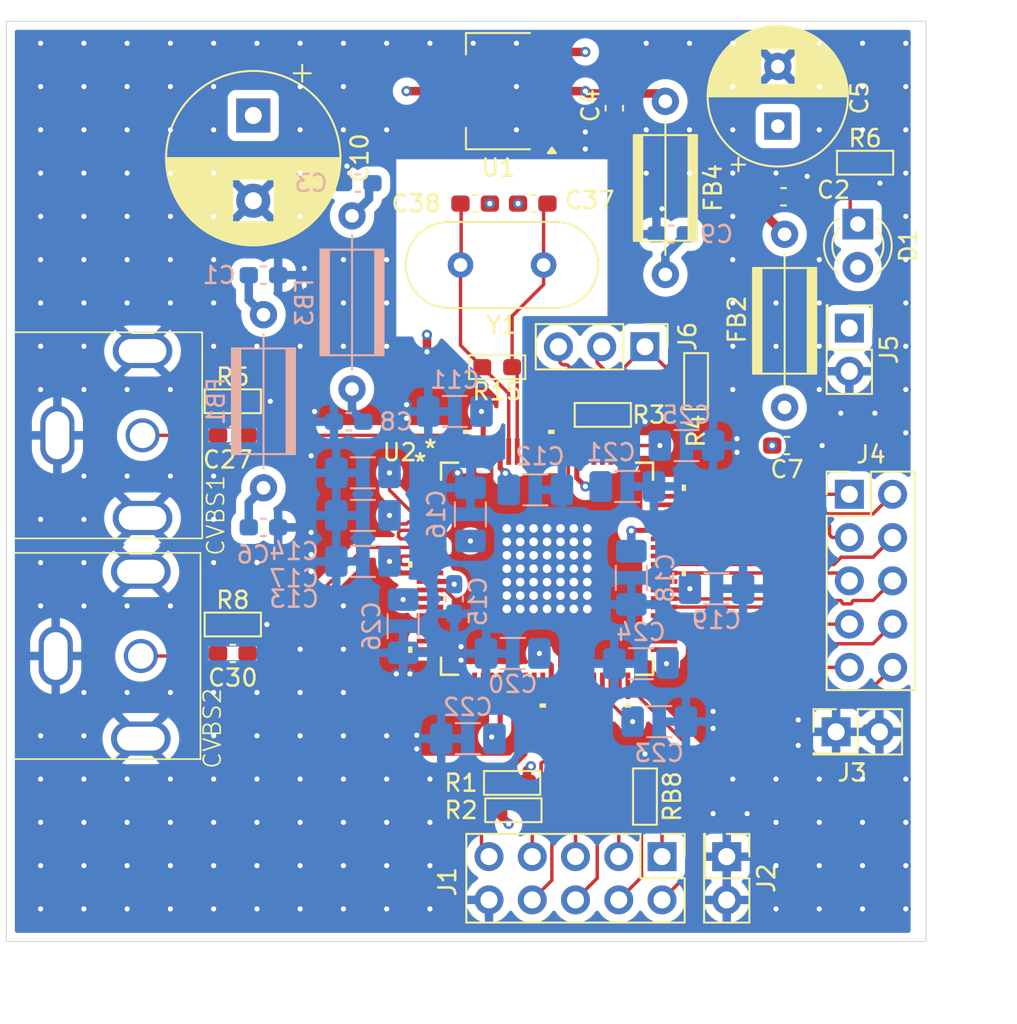
<source format=kicad_pcb>
(kicad_pcb (version 20241229) (generator "pcbnew") (generator_version "9.0")
  (layers (0 "F.Cu" signal) (4 "In1.Cu" power "GND") (6 "In2.Cu" power "PWR") (2 "B.Cu" power) (13 "F.Paste" user) (15 "B.Paste" user) (5 "F.SilkS" user "F.Silkscreen") (7 "B.SilkS" user "B.Silkscreen") (1 "F.Mask" user) (3 "B.Mask" user) (25 "Edge.Cuts" user))
  (net 0 "")
  (net 1 "GND")
  (net 2 "+3.3V")
  (net 3 "IO3.3VDD")
  (net 4 "+1.8V")
  (net 5 "A1.8VDD")
  (net 6 "A3.3VDD")
  (net 7 "D1.8VDD")
  (net 8 "XTAL1")
  (net 9 "XTAL2")
  (net 10 "Net-(CVBS1-In)")
  (net 11 "CVBS_VI_1_A")
  (net 12 "Y8")
  (net 13 "Y4")
  (net 14 "Y3")
  (net 15 "Y7")
  (net 16 "Y2")
  (net 17 "Y9")
  (net 18 "Y0")
  (net 19 "Y1")
  (net 20 "Y6")
  (net 21 "Y5")
  (net 22 "AVID")
  (net 23 "VS{slash}VBLK")
  (net 24 "FSS")
  (net 25 "HS{slash}CS")
  (net 26 "DATACLK")
  (net 27 "RESETB")
  (net 28 "SDA")
  (net 29 "GLCO{slash}I2CA")
  (net 30 "PWDN")
  (net 31 "INTREQ")
  (net 32 "SCL")
  (net 33 "FID")
  (net 40 "/C1")
  (net 50 "XGND")
  (net 51 "Net-(CVBS2-In)")
  (net 52 "CVBS_VI_2_B")
  (net 53 "Net-(D1-Pad1)")
  (footprint "PCM_Ferrite_THT_AKL:Ferrite_L6.0mm_D3.5mm_P10.16mm" (layer "F.Cu") (at 132.2 64.2 -90)
    (property "Reference" "FB4")
    (property "Value" "Ferrite_Bead" (hide yes))
  )
  (footprint "Connector_PinHeader_2.54mm:PinHeader_2x05_P2.54mm_Vertical" (layer "F.Cu") (at 132.002 108.522 -90)
    (property "Reference" "J1")
    (property "Value" "Conn_02x05_Odd_Even")
  )
  (footprint "LocalLibrary:CC-132-B1" (layer "F.Cu") (at 109 83.95 90)
    (property "Reference" "CVBS1")
    (property "Value" "Conn_Coaxial")
  )
  (footprint "Capacitor_SMD:C_0603_1608Metric_Pad1.08x0.95mm_HandSolder" (layer "F.Cu") (at 121.030004 70.2)
    (property "Reference" "C38")
    (property "Value" "22pF")
  )
  (footprint "Capacitor_SMD:C_0603_1608Metric_Pad1.08x0.95mm_HandSolder" (layer "F.Cu") (at 106.8 83.8 180)
    (property "Reference" "C27")
    (property "Value" "0.1uF")
  )
  (footprint "Crystal:Crystal_HC49-U_Vertical" (layer "F.Cu") (at 125.05 73.8 180)
    (property "Reference" "Y1")
    (property "Value" "14.31818 MHz")
  )
  (footprint "Capacitor_SMD:C_0603_1608Metric_Pad1.08x0.95mm_HandSolder" (layer "F.Cu") (at 129.2 64.6 -90)
    (property "Reference" "C4")
    (property "Value" "33uF")
  )
  (footprint "Connector_PinHeader_2.54mm:PinHeader_2x01_P2.54mm_Vertical" (layer "F.Cu") (at 135.8 108.525 -90)
    (property "Reference" "J2")
    (property "Value" "Conn_02x01")
  )
  (footprint "PCM_Resistor_SMD_AKL:R_0603_1608Metric_Pad1.05x0.95mm_HandSolder" (layer "F.Cu") (at 123.275 105.8)
    (property "Reference" "R2")
    (property "Value" "2.2kOhm")
  )
  (footprint "Capacitor_SMD:C_0603_1608Metric_Pad1.08x0.95mm_HandSolder" (layer "F.Cu") (at 139.1375 69.8)
    (property "Reference" "C2")
    (property "Value" "33uF")
  )
  (footprint "PCM_Resistor_SMD_AKL:R_0603_1608Metric_Pad1.05x0.95mm_HandSolder" (layer "F.Cu") (at 128.525 82.6 180)
    (property "Reference" "R3")
    (property "Value" "2.2kOhm")
  )
  (footprint "Capacitor_SMD:C_0603_1608Metric_Pad1.08x0.95mm_HandSolder" (layer "F.Cu") (at 106.8 96.6 180)
    (property "Reference" "C30")
    (property "Value" "0.1uF")
  )
  (footprint "Package_TO_SOT_SMD:SOT-223-3_TabPin2" (layer "F.Cu") (at 122.4 63.6 180)
    (property "Reference" "U1")
    (property "Value" "AMS1117-1.8")
  )
  (footprint "Connector_PinHeader_2.54mm:PinHeader_2x01_P2.54mm_Vertical" (layer "F.Cu") (at 142.225 101.2)
    (property "Reference" "J3")
    (property "Value" "Conn_02x01")
  )
  (footprint "PCM_Resistor_SMD_AKL:R_0603_1608Metric_Pad1.05x0.95mm_HandSolder" (layer "F.Cu") (at 106.8 94.9)
    (property "Reference" "R8")
    (property "Value" "75Ohm")
  )
  (footprint "PCM_Resistor_SMD_AKL:R_0603_1608Metric_Pad1.05x0.95mm_HandSolder" (layer "F.Cu") (at 134 80.625 90)
    (property "Reference" "R4")
    (property "Value" "2.2kOhm")
  )
  (footprint "Connector_PinHeader_2.54mm:PinHeader_2x05_P2.54mm_Vertical" (layer "F.Cu") (at 143 87.26)
    (property "Reference" "J4")
    (property "Value" "Conn_02x05_Odd_Even")
  )
  (footprint "PCM_Resistor_SMD_AKL:R_0603_1608Metric_Pad1.05x0.95mm_HandSolder" (layer "F.Cu") (at 106.8 81.8)
    (property "Reference" "R5")
    (property "Value" "75Ohm")
  )
  (footprint "Capacitor_THT:CP_Radial_D8.0mm_P3.50mm" (layer "F.Cu") (at 138.8 65.652651 90)
    (property "Reference" "C5")
    (property "Value" "10uF")
  )
  (footprint "PCM_Resistor_SMD_AKL:R_0603_1608Metric_Pad1.05x0.95mm_HandSolder" (layer "F.Cu") (at 123.2 104.2 180)
    (property "Reference" "R1")
    (property "Value" "2.2kOhm")
  )
  (footprint "LED_THT:LED_D3.0mm" (layer "F.Cu") (at 143.5 71.4 -90)
    (property "Reference" "D1")
    (property "Value" "LED_3mm")
  )
  (footprint "Connector_PinHeader_2.54mm:PinHeader_2x01_P2.54mm_Vertical" (layer "F.Cu") (at 143 77.5 -90)
    (property "Reference" "J5")
    (property "Value" "Conn_02x01")
  )
  (footprint "Connector_PinHeader_2.54mm:PinHeader_1x03_P2.54mm_Vertical" (layer "F.Cu") (at 131 78.6 -90)
    (property "Reference" "J6")
    (property "Value" "Conn_01x03_Pin")
  )
  (footprint "NetTie:NetTie-2_SMD_Pad0.5mm" (layer "F.Cu") (at 118.2 78.4 -90)
    (property "Reference" "NT1" (hide yes))
    (property "Value" "NetTie_2" (hide yes))
  )
  (footprint "PCM_Resistor_SMD_AKL:R_0603_1608Metric_Pad1.05x0.95mm_HandSolder" (layer "F.Cu") (at 131 105 -90)
    (property "Reference" "RB8")
    (property "Value" "10kOhm")
  )
  (footprint "PCM_Resistor_SMD_AKL:R_0603_1608Metric_Pad1.05x0.95mm_HandSolder" (layer "F.Cu") (at 143.925 67.8)
    (property "Reference" "R6")
    (property "Value" "5k")
  )
  (footprint "LocalLibrary:CC-132-B1" (layer "F.Cu") (at 108.9 96.9 90)
    (property "Reference" "CVBS2")
    (property "Value" "Conn_Coaxial")
  )
  (footprint "Capacitor_THT:CP_Radial_D10.0mm_P5.00mm" (layer "F.Cu") (at 108 65.032323 -90)
    (property "Reference" "C10")
    (property "Value" "22uF")
  )
  (footprint "Capacitor_SMD:C_0603_1608Metric_Pad1.08x0.95mm_HandSolder" (layer "F.Cu") (at 139.3375 84.4)
    (property "Reference" "C7")
    (property "Value" "10uF")
  )
  (footprint "PCM_Resistor_SMD_AKL:R_0603_1608Metric_Pad1.05x0.95mm_HandSolder" (layer "F.Cu") (at 122.325 79.8 180)
    (property "Reference" "R15")
    (property "Value" "100kOhm")
  )
  (footprint "PCM_Ferrite_THT_AKL:Ferrite_L6.0mm_D3.5mm_P10.16mm" (layer "F.Cu") (at 139.2 72 -90)
    (property "Reference" "FB2")
    (property "Value" "Ferrite_Bead" (hide yes))
  )
  (footprint "PFP80_6p2X6p2:PFP80_6p2X6p2-M" (layer "F.Cu") (at 125.249999 91.627349)
    (property "Reference" "U2")
    (property "Value" "TVP5147M1IPFP")
  )
  (footprint "Capacitor_SMD:C_0603_1608Metric_Pad1.08x0.95mm_HandSolder" (layer "F.Cu") (at 124.410008 70.2 180)
    (property "Reference" "C37")
    (property "Value" "22pF")
  )
  (footprint "Capacitor_SMD:C_1206_3216Metric_Pad1.33x1.80mm_HandSolder" (layer "B.Cu") (at 120.75 88.4375 90)
    (property "Reference" "C16")
    (property "Value" "0.1uF")
  )
  (footprint "Capacitor_SMD:C_1206_3216Metric_Pad1.33x1.80mm_HandSolder" (layer "B.Cu") (at 124.5625 87)
    (property "Reference" "C12")
    (property "Value" "0.1uF")
  )
  (footprint "PCM_Ferrite_THT_AKL:Ferrite_L6.0mm_D3.5mm_P10.16mm" (layer "B.Cu") (at 108.6 76.72 -90)
    (property "Reference" "FB1")
    (property "Value" "Ferrite_Bead" (hide yes))
  )
  (footprint "Capacitor_SMD:C_1206_3216Metric_Pad1.33x1.80mm_HandSolder" (layer "B.Cu") (at 131.8375 100.6)
    (property "Reference" "C23")
    (property "Value" "0.1uF")
  )
  (footprint "Capacitor_SMD:C_1206_3216Metric_Pad1.33x1.80mm_HandSolder" (layer "B.Cu") (at 114.4375 86 180)
    (property "Reference" "C14")
    (property "Value" "0.1uF")
  )
  (footprint "Capacitor_SMD:C_0603_1608Metric_Pad1.08x0.95mm_HandSolder" (layer "B.Cu") (at 132.5375 72 180)
    (property "Reference" "C9")
    (property "Value" "10uF")
  )
  (footprint "Capacitor_SMD:C_0603_1608Metric_Pad1.08x0.95mm_HandSolder" (layer "B.Cu") (at 119.8 93.4 -90)
    (property "Reference" "C15")
    (property "Value" "0.1uF")
  )
  (footprint "Capacitor_SMD:C_1206_3216Metric_Pad1.33x1.80mm_HandSolder" (layer "B.Cu") (at 120.6 101.6 180)
    (property "Reference" "C22")
    (property "Value" "0.1uF")
  )
  (footprint "Capacitor_SMD:C_1206_3216Metric_Pad1.33x1.80mm_HandSolder" (layer "B.Cu") (at 135.2 92.8)
    (property "Reference" "C19")
    (property "Value" "0.1uF")
  )
  (footprint "Capacitor_SMD:C_1206_3216Metric_Pad1.33x1.80mm_HandSolder" (layer "B.Cu") (at 130.7625 97.2 180)
    (property "Reference" "C24")
    (property "Value" "0.1uF")
  )
  (footprint "Capacitor_SMD:C_1206_3216Metric_Pad1.33x1.80mm_HandSolder" (layer "B.Cu") (at 130.2 92.1625 -90)
    (property "Reference" "C18")
    (property "Value" "0.1uF")
  )
  (footprint "Capacitor_SMD:C_1206_3216Metric_Pad1.33x1.80mm_HandSolder" (layer "B.Cu") (at 114.4375 88.5 180)
    (property "Reference" "C17")
    (property "Value" "0.1uF")
  )
  (footprint "Capacitor_SMD:C_0603_1608Metric_Pad1.08x0.95mm_HandSolder" (layer "B.Cu") (at 113.6 83 180)
    (property "Reference" "C8")
    (property "Value" "10uF")
  )
  (footprint "Capacitor_SMD:C_0603_1608Metric_Pad1.08x0.95mm_HandSolder" (layer "B.Cu") (at 108.6 89.2)
    (property "Reference" "C6")
    (property "Value" "10uF")
  )
  (footprint "Capacitor_SMD:C_1206_3216Metric_Pad1.33x1.80mm_HandSolder" (layer "B.Cu") (at 119.8375 82.4 180)
    (property "Reference" "C11")
    (property "Value" "0.1uF")
  )
  (footprint "Capacitor_SMD:C_1206_3216Metric_Pad1.33x1.80mm_HandSolder" (layer "B.Cu") (at 116.8 95 -90)
    (property "Reference" "C26")
    (property "Value" "0.1uF")
  )
  (footprint "PCM_Ferrite_THT_AKL:Ferrite_L6.0mm_D3.5mm_P10.16mm" (layer "B.Cu") (at 113.8 70.92 -90)
    (property "Reference" "FB3")
    (property "Value" "Ferrite_Bead" (hide yes))
  )
  (footprint "Capacitor_SMD:C_0603_1608Metric_Pad1.08x0.95mm_HandSolder" (layer "B.Cu") (at 114.1375 69 180)
    (property "Reference" "C3")
    (property "Value" "33uF")
  )
  (footprint "Capacitor_SMD:C_1206_3216Metric_Pad1.33x1.80mm_HandSolder" (layer "B.Cu") (at 133.4375 84.4)
    (property "Reference" "C25")
    (property "Value" "0.1uF")
  )
  (footprint "Capacitor_SMD:C_1206_3216Metric_Pad1.33x1.80mm_HandSolder" (layer "B.Cu") (at 114.4375 91.2 180)
    (property "Reference" "C13")
    (property "Value" "0.1uF")
  )
  (footprint "Capacitor_SMD:C_1206_3216Metric_Pad1.33x1.80mm_HandSolder" (layer "B.Cu") (at 123.2375 96.6 180)
    (property "Reference" "C20")
    (property "Value" "0.1uF")
  )
  (footprint "Capacitor_SMD:C_0603_1608Metric_Pad1.08x0.95mm_HandSolder" (layer "B.Cu") (at 108.6 74.4)
    (property "Reference" "C1")
    (property "Value" "33uF")
  )
  (footprint "Capacitor_SMD:C_1206_3216Metric_Pad1.33x1.80mm_HandSolder" (layer "B.Cu") (at 129.9625 86.8)
    (property "Reference" "C21")
    (property "Value" "0.1uF")
  )
  (gr_rect (start 93.5 59.5) (end 147.5 113.5) (stroke (width 0.05)) (fill no) (layer "Edge.Cuts"))
  (segment (start 116.655696 89.378233) (end 116.533044 89.500885) (width 0.2) (layer "F.Cu") (net 1))
  (segment (start 128.0375 65.4625) (end 127.5 66) (width 0.5) (layer "F.Cu") (net 1))
  (segment (start 117.660392 89.378233) (end 116.655696 89.378233) (width 0.2) (layer "F.Cu") (net 1))
  (segment (start 140.2 84.4) (end 141.4 84.4) (width 0.5) (layer "F.Cu") (net 1))
  (segment (start 125.55 65.9) (end 127.4 65.9) (width 0.5) (layer "F.Cu") (net 1))
  (segment (start 131.1043 92.37735) (end 132.12265 92.37735) (width 0.2) (layer "F.Cu") (net 1))
  (segment (start 107.675 81.8) (end 109 81.8) (width 0.5) (layer "F.Cu") (net 1))
  (segment (start 116.755952 90.887169) (end 116.6333 91.009821) (width 0.2) (layer "F.Cu") (net 1))
  (segment (start 118.377348 86.877348) (end 119.622652 86.877348) (width 0.2) (layer "F.Cu") (net 1))
  (segment (start 116.6333 91.009821) (end 116.6333 91.259821) (width 0.2) (layer "F.Cu") (net 1))
  (segment (start 128.2 97) (end 129.4 97) (width 0.2) (layer "F.Cu") (net 1))
  (segment (start 132.12265 88.877349) (end 133.522651 88.877349) (width 0.2) (layer "F.Cu") (net 1))
  (segment (start 130.522652 95.877348) (end 132.12265 95.877348) (width 0.2) (layer "F.Cu") (net 1))
  (segment (start 116.660393 89.878234) (end 117.660392 89.878234) (width 0.2) (layer "F.Cu") (net 1))
  (segment (start 116.6333 91.259821) (end 116.760649 91.38717) (width 0.2) (layer "F.Cu") (net 1))
  (segment (start 144.8 67.8) (end 144.8 69) (width 0.5) (layer "F.Cu") (net 1))
  (segment (start 128.2 97) (end 129 97) (width 0.2) (layer "F.Cu") (net 1))
  (segment (start 122.999998 98.5) (end 122.999998 97.262498) (width 0.2) (layer "F.Cu") (net 1))
  (segment (start 131.1043 92.37735) (end 130.37735 92.37735) (width 0.2) (layer "F.Cu") (net 1))
  (segment (start 129.2 65.4625) (end 128.0375 65.4625) (width 0.5) (layer "F.Cu") (net 1))
  (segment (start 129.499998 85.773045) (end 129.499998 84.754698) (width 0.2) (layer "F.Cu") (net 1))
  (segment (start 122.562999 90.377349) (end 122.887799 90.052549) (width 0.2) (layer "F.Cu") (net 1))
  (segment (start 130.526953 86.8) (end 129.499998 85.773045) (width 0.2) (layer "F.Cu") (net 1))
  (segment (start 121.499999 96.775001) (end 121.675 96.6) (width 0.2) (layer "F.Cu") (net 1))
  (segment (start 118.377348 91.377349) (end 120.635094 91.377349) (width 0.2) (layer "F.Cu") (net 1))
  (segment (start 140 69.125) (end 140.525 68.6) (width 0.5) (layer "F.Cu") (net 1))
  (segment (start 126.499999 86.187501) (end 126.499999 84.754698) (width 0.2) (layer "F.Cu") (net 1))
  (segment (start 118.399998 87.4) (end 118.377348 87.37735) (width 0.2) (layer "F.Cu") (net 1))
  (segment (start 126 98.5) (end 126 96.6) (width 0.2) (layer "F.Cu") (net 1))
  (segment (start 118.377348 87.37735) (end 119.62265 87.37735) (width 0.2) (layer "F.Cu") (net 1))
  (segment (start 129 97) (end 129.499998 97.499998) (width 0.2) (layer "F.Cu") (net 1))
  (segment (start 121 84.754698) (end 121 87.0375) (width 0.2) (layer "F.Cu") (net 1))
  (segment (start 107.675 94.9) (end 108.8 94.9) (width 0.5) (layer "F.Cu") (net 1))
  (segment (start 116.533044 89.500885) (end 116.533044 89.750885) (width 0.2) (layer "F.Cu") (net 1))
  (segment (start 118.377348 92.877349) (end 119.277349 92.877349) (width 0.2) (layer "F.Cu") (net 1))
  (segment (start 121.999998 84.754698) (end 121.999998 86.600002) (width 0.2) (layer "F.Cu") (net 1))
  (segment (start 129.4 97) (end 130.522652 95.877348) (width 0.2) (layer "F.Cu") (net 1))
  (segment (start 129.499998 97.499998) (end 129.499998 98.5) (width 0.2) (layer "F.Cu") (net 1))
  (segment (start 127.4 65.9) (end 127.5 66) (width 0.5) (layer "F.Cu") (net 1))
  (segment (start 140 69.8) (end 140 69.125) (width 0.5) (layer "F.Cu") (net 1))
  (segment (start 122.7126 89.87735) (end 122.887799 90.052549) (width 0.2) (layer "F.Cu") (net 1))
  (segment (start 126 96.6) (end 126.2 96.4) (width 0.2) (layer "F.Cu") (net 1))
  (segment (start 125.925 86.7625) (end 126.499999 86.187501) (width 0.2) (layer "F.Cu") (net 1))
  (segment (start 118.454696 94.8) (end 118.377348 94.877348) (width 0.2) (layer "F.Cu") (net 1))
  (segment (start 118.377348 90.877348) (end 119.872652 90.877348) (width 0.2) (layer "F.Cu") (net 1))
  (segment (start 131 102.5) (end 131 104.125) (width 0.5) (layer "F.Cu") (net 1))
  (segment (start 122.999998 97.262498) (end 122.3375 96.6) (width 0.2) (layer "F.Cu") (net 1))
  (segment (start 116.760649 91.38717) (end 117.760648 91.38717) (width 0.2) (layer "F.Cu") (net 1))
  (segment (start 119.277349 92.877349) (end 120 93.6) (width 0.2) (layer "F.Cu") (net 1))
  (segment (start 121.499999 98.5) (end 121.499999 96.775001) (width 0.2) (layer "F.Cu") (net 1))
  (segment (start 116.533044 89.750885) (end 116.660393 89.878234) (width 0.2) (layer "F.Cu") (net 1))
  (segment (start 122.3375 96.6) (end 121.675 96.6) (width 0.2) (layer "F.Cu") (net 1))
  (segment (start 117.760648 90.887169) (end 116.755952 90.887169) (width 0.2) (layer "F.Cu") (net 1))
  (via (at 115.835 106.51175) (size 0.6) (drill 0.3) (layers "F.Cu" "B.Cu") (net 1))
  (via (at 123.455 65.87175) (size 0.6) (drill 0.3) (layers "F.Cu" "B.Cu") (net 1))
  (via (at 98.055 70.95175) (size 0.6) (drill 0.3) (layers "F.Cu" "B.Cu") (net 1))
  (via (at 100.595 76.03175) (size 0.6) (drill 0.3) (layers "F.Cu" "B.Cu") (net 1))
  (via (at 113.5 68) (size 0.6) (drill 0.3) (layers "F.Cu" "B.Cu") (net 1))
  (via (at 133.615 65.87175) (size 0.6) (drill 0.3) (layers "F.Cu" "B.Cu") (net 1))
  (via (at 127.5 66) (size 0.6) (drill 0.3) (layers "F.Cu" "B.Cu") (net 1))
  (via (at 111.6 82.4) (size 0.6) (drill 0.3) (layers "F.Cu" "B.Cu") (net 1))
  (via (at 98.055 106.51175) (size 0.6) (drill 0.3) (layers "F.Cu" "B.Cu") (net 1))
  (via (at 146.315 111.59175) (size 0.6) (drill 0.3) (layers "F.Cu" "B.Cu") (net 1))
  (via (at 136.155 103.97175) (size 0.6) (drill 0.3) (layers "F.Cu" "B.Cu") (net 1))
  (via (at 115.835 78.57175) (size 0.6) (drill 0.3) (layers "F.Cu" "B.Cu") (net 1))
  (via (at 105.675 88.73175) (size 0.6) (drill 0.3) (layers "F.Cu" "B.Cu") (net 1))
  (via (at 95.515 101.43175) (size 0.6) (drill 0.3) (layers "F.Cu" "B.Cu") (net 1))
  (via (at 95.515 68.41175) (size 0.6) (drill 0.3) (layers "F.Cu" "B.Cu") (net 1))
  (via (at 136.155 78.57175) (size 0.6) (drill 0.3) (layers "F.Cu" "B.Cu") (net 1))
  (via (at 95.515 63.33175) (size 0.6) (drill 0.3) (layers "F.Cu" "B.Cu") (net 1))
  (via (at 141.235 60.79175) (size 0.6) (drill 0.3) (layers "F.Cu" "B.Cu") (net 1))
  (via (at 113.295 96.35175) (size 0.6) (drill 0.3) (layers "F.Cu" "B.Cu") (net 1))
  (via (at 140 100.5) (size 0.6) (drill 0.3) (layers "F.Cu" "B.Cu") (net 1))
  (via (at 146.315 109.05175) (size 0.6) (drill 0.3) (layers "F.Cu" "B.Cu") (net 1))
  (via (at 113.295 106.51175) (size 0.6) (drill 0.3) (layers "F.Cu" "B.Cu") (net 1))
  (via (at 113.295 60.79175) (size 0.6) (drill 0.3) (layers "F.Cu" "B.Cu") (net 1))
  (via (at 136.4 84) (size 0.6) (drill 0.3) (layers "F.Cu" "B.Cu") (net 1))
  (via (at 146.315 83.65175) (size 0.6) (drill 0.3) (layers "F.Cu" "B.Cu") (net 1))
  (via (at 141.235 65.87175) (size 0.6) (drill 0.3) (layers "F.Cu" "B.Cu") (net 1))
  (via (at 95.515 88.73175) (size 0.6) (drill 0.3) (layers "F.Cu" "B.Cu") (net 1))
  (via (at 100.595 111.59175) (size 0.6) (drill 0.3) (layers "F.Cu" "B.Cu") (net 1))
  (via (at 95.515 65.87175) (size 0.6) (drill 0.3) (layers "F.Cu" "B.Cu") (net 1))
  (via (at 143.775 60.79175) (size 0.6) (drill 0.3) (layers "F.Cu" "B.Cu") (net 1))
  (via (at 143.775 109.05175) (size 0.6) (drill 0.3) (layers "F.Cu" "B.Cu") (net 1))
  (via (at 98.055 73.49175) (size 0.6) (drill 0.3) (layers "F.Cu" "B.Cu") (net 1))
  (via (at 115.835 60.79175) (size 0.6) (drill 0.3) (layers "F.Cu" "B.Cu") (net 1))
  (via (at 118.375 60.79175) (size 0.6) (drill 0.3) (layers "F.Cu" "B.Cu") (net 1))
  (via (at 115.835 76.03175) (size 0.6) (drill 0.3) (layers "F.Cu" "B.Cu") (net 1))
  (via (at 146.315 70.95175) (size 0.6) (drill 0.3) (layers "F.Cu" "B.Cu") (net 1))
  (via (at 136.155 68.41175) (size 0.6) (drill 0.3) (layers "F.Cu" "B.Cu") (net 1))
  (via (at 105.675 86.19175) (size 0.6) (drill 0.3) (layers "F.Cu" "B.Cu") (net 1))
  (via (at 100.595 109.05175) (size 0.6) (drill 0.3) (layers "F.Cu" "B.Cu") (net 1))
  (via (at 95.515 73.49175) (size 0.6) (drill 0.3) (layers "F.Cu" "B.Cu") (net 1))
  (via (at 98.055 81.11175) (size 0.6) (drill 0.3) (layers "F.Cu" "B.Cu") (net 1))
  (via (at 132 70.5) (size 0.6) (drill 0.3) (layers "F.Cu" "B.Cu") (net 1))
  (via (at 103.135 103.97175) (size 0.6) (drill 0.3) (layers "F.Cu" "B.Cu") (net 1))
  (via (at 141.235 109.05175) (size 0.6) (drill 0.3) (layers "F.Cu" "B.Cu") (net 1))
  (via (at 117 82) (size 0.6) (drill 0.3) (layers "F.Cu" "B.Cu") (net 1))
  (via (at 111 74) (size 0.6) (drill 0.3) (layers "F.Cu" "B.Cu") (net 1))
  (via (at 109 81.8) (size 0.6) (drill 0.3) (layers "F.Cu" "B.Cu") (net 1))
  (via (at 141.235 81.11175) (size 0.6) (drill 0.3) (layers "F.Cu" "B.Cu") (net 1))
  (via (at 110.755 70.95175) (size 0.6) (drill 0.3) (layers "F.Cu" "B.Cu") (net 1))
  (via (at 103.135 60.79175) (size 0.6) (drill 0.3) (layers "F.Cu" "B.Cu") (net 1))
  (via (at 108.215 106.51175) (size 0.6) (drill 0.3) (layers "F.Cu" "B.Cu") (net 1))
  (via (at 146.315 103.97175) (size 0.6) (drill 0.3) (layers "F.Cu" "B.Cu") (net 1))
  (via (at 144.8 69) (size 0.6) (drill 0.3) (layers "F.Cu" "B.Cu") (net 1))
  (via (at 141.235 103.97175) (size 0.6) (drill 0.3) (layers "F.Cu" "B.Cu") (net 1))
  (via (at 105.675 63.33175) (size 0.6) (drill 0.3) (layers "F.Cu" "B.Cu") (net 1))
  (via (at 138.695 106.51175) (size 0.6) (drill 0.3) (layers "F.Cu" "B.Cu") (net 1))
  (via (at 136.155 73.49175) (size 0.6) (drill 0.3) (layers "F.Cu" "B.Cu") (net 1))
  (via (at 117.6 101.4) (size 0.6) (drill 0.3) (layers "F.Cu" "B.Cu") (net 1))
  (via (at 141.235 111.59175) (size 0.6) (drill 0.3) (layers "F.Cu" "B.Cu") (net 1))
  (via (at 98.055 109.05175) (size 0.6) (drill 0.3) (layers "F.Cu" "B.Cu") (net 1))
  (via (at 131 83) (size 0.6) (drill 0.3) (layers "F.Cu" "B.Cu") (net 1))
  (via (at 146.315 78.57175) (size 0.6) (drill 0.3) (layers "F.Cu" "B.Cu") (net 1))
  (via (at 108.215 109.05175) (size 0.6) (drill 0.3) (layers "F.Cu" "B.Cu") (net 1))
  (via (at 115.835 73.49175) (size 0.6) (drill 0.3) (layers "F.Cu" "B.Cu") (net 1))
  (via (at 100.595 98.89175) (size 0.6) (drill 0.3) (layers "F.Cu" "B.Cu") (net 1))
  (via (at 95.515 91.27175) (size 0.6) (drill 0.3) (layers "F.Cu" "B.Cu") (net 1))
  (via (at 105.675 91.27175) (size 0.6) (drill 0.3) (layers "F.Cu" "B.Cu") (net 1))
  (via (at 108.8 94.9) (size 0.6) (drill 0.3) (layers "F.Cu" "B.Cu") (net 1))
  (via (at 98.055 76.03175) (size 0.6) (drill 0.3) (layers "F.Cu" "B.Cu") (net 1))
  (via (at 123.455 63.33175) (size 0.6) (drill 0.3) (layers "F.Cu" "B.Cu") (net 1))
  (via (at 110.755 60.79175) (size 0.6) (drill 0.3) (layers "F.Cu" "B.Cu") (net 1))
  (via (at 120.2 97) (size 0.6) (drill 0.3) (layers "F.Cu" "B.Cu") (net 1))
  (via (at 111.4 85) (size 0.6) (drill 0.3) (layers "F.Cu" "B.Cu") (net 1))
  (via (at 144.5 82.5) (size 0.6) (drill 0.3) (layers "F.Cu" "B.Cu") (net 1))
  (via (at 100.595 106.51175) (size 0.6) (drill 0.3) (layers "F.Cu" "B.Cu") (net 1))
  (via (at 103.135 111.59175) (size 0.6) (drill 0.3) (layers "F.Cu" "B.Cu") (net 1))
  (via (at 133.615 60.79175) (size 0.6) (drill 0.3) (layers "F.Cu" "B.Cu") (net 1))
  (via (at 113.295 78.57175) (size 0.6) (drill 0.3) (layers "F.Cu" "B.Cu") (net 1))
  (via (at 105.675 65.87175) (size 0.6) (drill 0.3) (layers "F.Cu" "B.Cu") (net 1))
  (via (at 113.295 98.89175) (size 0.6) (drill 0.3) (layers "F.Cu" "B.Cu") (net 1))
  (via (at 113.295 109.05175) (size 0.6) (drill 0.3) (layers "F.Cu" "B.Cu") (net 1))
  (via (at 138.695 76.03175) (size 0.6) (drill 0.3) (layers "F.Cu" "B.Cu") (net 1))
  (via (at 100.595 63.33175) (size 0.6) (drill 0.3) (layers "F.Cu" "B.Cu") (net 1))
  (via (at 141.235 106.51175) (size 0.6) (drill 0.3) (layers "F.Cu" "B.Cu") (net 1))
  (via (at 115.835 65.87175) (size 0.6) (drill 0.3) (layers "F.Cu" "B.Cu") (net 1))
  (via (at 141.235 63.33175) (size 0.6) (drill 0.3) (layers "F.Cu" "B.Cu") (net 1))
  (via (at 117.2 97.8) (size 0.6) (drill 0.3) (layers "F.Cu" "B.Cu") (net 1))
  (via (at 118.375 106.51175) (size 0.6) (drill 0.3) (layers "F.Cu" "B.Cu") (net 1))
  (via (at 95.515 78.57175) (size 0.6) (drill 0.3) (layers "F.Cu" "B.Cu") (net 1))
  (via (at 136.155 81.11175) (size 0.6) (drill 0.3) (layers "F.Cu" "B.Cu") (net 1))
  (via (at 113.295 101.43175) (size 0.6) (drill 0.3) (layers "F.Cu" "B.Cu") (net 1))
  (via (at 103.135 98.89175) (size 0.6) (drill 0.3) (layers "F.Cu" "B.Cu") (net 1))
  (via (at 100.595 73.49175) (size 0.6) (drill 0.3) (layers "F.Cu" "B.Cu") (net 1))
  (via (at 98.055 103.97175) (size 0.6) (drill 0.3) (layers "F.Cu" "B.Cu") (net 1))
  (via (at 105.675 106.51175) (size 0.6) (drill 0.3) (layers "F.Cu" "B.Cu") (net 1))
  (via (at 118.2 78.9) (size 0.6) (drill 0.3) (layers "F.Cu" "B.Cu") (net 1))
  (via (at 105.675 68.41175) (size 0.6) (drill 0.3) (layers "F.Cu" "B.Cu") (net 1))
  (via (at 98.055 98.89175) (size 0.6) (drill 0.3) (layers "F.Cu" "B.Cu") (net 1))
  (via (at 108.215 78.57175) (size 0.6) (drill 0.3) (layers "F.Cu" "B.Cu") (net 1))
  (via (at 103.135 68.41175) (size 0.6) (drill 0.3) (layers "F.Cu" "B.Cu") (net 1))
  (via (at 95.515 111.59175) (size 0.6) (drill 0.3) (layers "F.Cu" "B.Cu") (net 1))
  (via (at 100.595 70.95175) (size 0.6) (drill 0.3) (layers "F.Cu" "B.Cu") (net 1))
  (via (at 110.755 101.43175) (size 0.6) (drill 0.3) (layers "F.Cu" "B.Cu") (net 1))
  (via (at 115.835 103.97175) (size 0.6) (drill 0.3) (layers "F.Cu" "B.Cu") (net 1))
  (via (at 108.215 98.89175) (size 0.6) (drill 0.3) (layers "F.Cu" "B.Cu") (net 1))
  (via (at 141.4 84.4) (size 0.6) (drill 0.3) (layers "F.Cu" "B.Cu") (net 1))
  (via (at 110.755 109.05175) (size 0.6) (drill 0.3) (layers "F.Cu" "B.Cu") (net 1))
  (via (at 120 86) (size 0.6) (drill 0.3) (layers "F.Cu" "B.Cu") (net 1))
  (via (at 108.215 101.43175) (size 0.6) (drill 0.3) (layers "F.Cu" "B.Cu") (net 1))
  (via (at 100.595 86.19175) (size 0.6) (drill 0.3) (layers "F.Cu" "B.Cu") (net 1))
  (via (at 146.315 76.03175) (size 0.6) (drill 0.3) (layers "F.Cu" "B.Cu") (net 1))
  (via (at 103.135 63.33175) (size 0.6) (drill 0.3) (layers "F.Cu" "B.Cu") (net 1))
  (via (at 110.755 63.33175) (size 0.6) (drill 0.3) (layers "F.Cu" "B.Cu") (net 1))
  (via (at 113.295 111.59175) (size 0.6) (drill 0.3) (layers "F.Cu" "B.Cu") (net 1))
  (via (at 98.055 63.33175) (size 0.6) (drill 0.3) (layers "F.Cu" "B.Cu") (net 1))
  (via (at 95.515 60.79175) (size 0.6) (drill 0.3) (layers "F.Cu" "B.Cu") (net 1))
  (via (at 110.755 106.51175) (size 0.6) (drill 0.3) (layers "F.Cu" "B.Cu") (net 1))
  (via (at 113.295 93.81175) (size 0.6) (drill 0.3) (layers "F.Cu" "B.Cu") (net 1))
  (via (at 146.315 60.79175) (size 0.6) (drill 0.3) (layers "F.Cu" "B.Cu") (net 1))
  (via (at 143.775 106.51175) (size 0.6) (drill 0.3) (layers "F.Cu" "B.Cu") (net 1))
  (via (at 113.295 73.49175) (size 0.6) (drill 0.3) (layers "F.Cu" "B.Cu") (net 1))
  (via (at 113.295 63.33175) (size 0.6) (drill 0.3) (layers "F.Cu" "B.Cu") (net 1))
  (via (at 127.5 67) (size 0.6) (drill 0.3) (layers "F.Cu" "B.Cu") (net 1))
  (via (at 98.055 93.81175) (size 0.6) (drill 0.3) (layers "F.Cu" "B.Cu") (net 1))
  (via (at 110.755 68.41175) (size 0.6) (drill 0.3) (layers "F.Cu" "B.Cu") (net 1))
  (via (at 131.075 65.87175) (size 0.6) (drill 0.3) (layers "F.Cu" "B.Cu") (net 1))
  (via (at 135 106) (size 0.6) (drill 0.3) (layers "F.Cu" "B.Cu") (net 1))
  (via (at 143.775 65.87175) (size 0.6) (drill 0.3) (layers "F.Cu" "B.Cu") (net 1))
  (via (at 110.755 98.89175) (size 0.6) (drill 0.3) (layers "F.Cu" "B.Cu") (net 1))
  (via (at 146.315 63.33175) (size 0.6) (drill 0.3) (layers "F.Cu" "B.Cu") (net 1))
  (via (at 108.215 111.59175) (size 0.6) (drill 0.3) (layers "F.Cu" "B.Cu") (net 1))
  (via (at 118.375 111.59175) (size 0.6) (drill 0.3) (layers "F.Cu" "B.Cu") (net 1))
  (via (at 138.695 111.59175) (size 0.6) (drill 0.3) (layers "F.Cu" "B.Cu") (net 1))
  (via (at 111.4 89.5) (size 0.6) (drill 0.3) (layers "F.Cu" "B.Cu") (net 1))
  (via (at 105.675 109.05175) (size 0.6) (drill 0.3) (layers "F.Cu" "B.Cu") (net 1))
  (via (at 103.135 81.11175) (size 0.6) (drill 0.3) (layers "F.Cu" "B.Cu") (net 1))
  (via (at 98.055 88.73175) (size 0.6) (drill 0.3) (layers "F.Cu" "B.Cu") (net 1))
  (via (at 103.135 93.81175) (size 0.6) (drill 0.3) (layers "F.Cu" "B.Cu") (net 1))
  (via (at 105.675 111.59175) (size 0.6) (drill 0.3) (layers "F.Cu" "B.Cu") (net 1))
  (via (at 100.595 68.41175) (size 0.6) (drill 0.3) (layers "F.Cu" "B.Cu") (net 1))
  (via (at 110.755 78.57175) (size 0.6) (drill 0.3) (layers "F.Cu" "B.Cu") (net 1))
  (via (at 143.775 103.97175) (size 0.6) (drill 0.3) (layers "F.Cu" "B.Cu") (net 1))
  (via (at 115.835 111.59175) (size 0.6) (drill 0.3) (layers "F.Cu" "B.Cu") (net 1))
  (via (at 116.4 97.8) (size 0.6) (drill 0.3) (layers "F.Cu" "B.Cu") (net 1))
  (via (at 141.235 76.03175) (size 0.6) (drill 0.3) (layers "F.Cu" "B.Cu") (net 1))
  (via (at 131 102.5) (size 0.6) (drill 0.3) (layers "F.Cu" "B.Cu") (net 1))
  (via (at 136.155 63.33175) (size 0.6) (drill 0.3) (layers "F.Cu" "B.Cu") (net 1))
  (via (at 103.135 86.19175) (size 0.6) (drill 0.3) (layers "F.Cu" "B.Cu") (net 1))
  (via (at 140.525 68.6) (size 0.6) (drill 0.3) (layers "F.Cu" "B.Cu") (net 1))
  (via (at 98.055 101.43175) (size 0.6) (drill 0.3) (layers "F.Cu" "B.Cu") (net 1))
  (via (at 146.315 81.11175) (size 0.6) (drill 0.3) (layers "F.Cu" "B.Cu") (net 1))
  (via (at 146.315 106.51175) (size 0.6) (drill 0.3) (layers "F.Cu" "B.Cu") (net 1))
  (via (at 105.675 78.57175) (size 0.6) (drill 0.3) (layers "F.Cu" "B.Cu") (net 1))
  (via (at 98.055 91.27175) (size 0.6) (drill 0.3) (layers "F.Cu" "B.Cu") (net 1))
  (via (at 98.055 65.87175) (size 0.6) (drill 0.3) (layers "F.Cu" "B.Cu") (net 1))
  (via (at 95.515 81.11175) (size 0.6) (drill 0.3) (layers "F.Cu" "B.Cu") (net 1))
  (via (at 115.835 109.05175) (size 0.6) (drill 0.3) (layers "F.Cu" "B.Cu") (net 1))
  (via (at 110.755 96.35175) (size 0.6) (drill 0.3) (layers "F.Cu" "B.Cu") (net 1))
  (via (at 103.135 73.49175) (size 0.6) (drill 0.3) (layers "F.Cu" "B.Cu") (net 1))
  (via (at 141.235 73.49175) (size 0.6) (drill 0.3) (layers "F.Cu" "B.Cu") (net 1))
  (via (at 146.315 65.87175) (size 0.6) (drill 0.3) (layers "F.Cu" "B.Cu") (net 1))
  (via (at 117 82.8) (size 0.6) (drill 0.3) (layers "F.Cu" "B.Cu") (net 1))
  (via (at 105.675 76.03175) (size 0.6) (drill 0.3) (layers "F.Cu" "B.Cu") (net 1))
  (via (at 142.5 82.5) (size 0.6) (drill 0.3) (layers "F.Cu" "B.Cu") (net 1))
  (via (at 138.695 109.05175) (size 0.6) (drill 0.3) (layers "F.Cu" "B.Cu") (net 1))
  (via (at 146.315 68.41175) (size 0.6) (drill 0.3) (layers "F.Cu" "B.Cu") (net 1))
  (via (at 105.675 103.97175) (size 0.6) (drill 0.3) (layers "F.Cu" "B.Cu") (net 1))
  (via (at 95.515 109.05175) (size 0.6) (drill 0.3) (layers "F.Cu" "B.Cu") (net 1))
  (via (at 131.075 60.79175) (size 0.6) (drill 0.3) (layers "F.Cu" "B.Cu") (net 1))
  (via (at 138.695 78.57175) (size 0.6) (drill 0.3) (layers "F.Cu" "B.Cu") (net 1))
  (via (at 135 101) (size 0.6) (drill 0.3) (layers "F.Cu" "B.Cu") (net 1))
  (via (at 113.295 76.03175) (size 0.6) (drill 0.3) (layers "F.Cu" "B.Cu") (net 1))
  (via (at 105.675 73.49175) (size 0.6) (drill 0.3) (layers "F.Cu" "B.Cu") (net 1))
  (via (at 115.835 101.43175) (size 0.6) (drill 0.3) (layers "F.Cu" "B.Cu") (net 1))
  (via (at 103.135 109.05175) (size 0.6) (drill 0.3) (layers "F.Cu" "B.Cu") (net 1))
  (via (at 136.155 70.95175) (size 0.6) (drill 0.3) (layers "F.Cu" "B.Cu") (net 1))
  (via (at 103.135 106.51175) (size 0.6) (drill 0.3) (layers "F.Cu" "B.Cu") (net 1))
  (via (at 108.215 103.97175) (size 0.6) (drill 0.3) (layers "F.Cu" "B.Cu") (net 1))
  (via (at 95.515 70.95175) (size 0.6) (drill 0.3) (layers "F.Cu" "B.Cu") (net 1))
  (via (at 111.4 90.8) (size 0.6) (drill 0.3) (layers "F.Cu" "B.Cu") (net 1))
  (via (at 95.515 76.03175) (size 0.6) (drill 0.3) (layers "F.Cu" "B.Cu") (net 1))
  (via (at 108.215 91.27175) (size 0.6) (drill 0.3) (layers "F.Cu" "B.Cu") (net 1))
  (via (at 111.4 91.8) (size 0.6) (drill 0.3) (layers "F.Cu" "B.Cu") (net 1))
  (via (at 135 100) (size 0.6) (drill 0.3) (layers "F.Cu" "B.Cu") (net 1))
  (via (at 100.595 81.11175) (size 0.6) (drill 0.3) (layers "F.Cu" "B.Cu") (net 1))
  (via (at 113.295 103.97175) (size 0.6) (drill 0.3) (layers "F.Cu" "B.Cu") (net 1))
  (via (at 105.675 98.89175) (size 0.6) (drill 0.3) (layers "F.Cu" "B.Cu") (net 1))
  (via (at 95.515 93.81175) (size 0.6) (drill 0.3) (layers "F.Cu" "B.Cu") (net 1))
  (via (at 110.755 111.59175) (size 0.6) (drill 0.3) (layers "F.Cu" "B.Cu") (net 1))
  (via (at 95.515 106.51175) (size 0.6) (drill 0.3) (layers "F.Cu" "B.Cu") (net 1))
  (via (at 98.055 111.59175) (size 0.6) (drill 0.3) (layers "F.Cu" "B.Cu") (net 1))
  (via (at 140 102) (size 0.6) (drill 0.3) (layers "F.Cu" "B.Cu") (net 1))
  (via (at 141.235 78.57175) (size 0.6) (drill 0.3) (layers "F.Cu" "B.Cu") (net 1))
  (via (at 136.155 65.87175) (size 0.6) (drill 0.3) (layers "F.Cu" "B.Cu") (net 1))
  (via (at 136.155 76.03175) (size 0.6) (drill 0.3) (layers "F.Cu" "B.Cu") (net 1))
  (via (at 98.055 78.57175) (size 0.6) (drill 0.3) (layers "F.Cu" "B.Cu") (net 1))
  (via (at 98.055 60.79175) (size 0.6) (drill 0.3) (layers "F.Cu" "B.Cu") (net 1))
  (via (at 111 75) (size 0.6) (drill 0.3) (layers "F.Cu" "B.Cu") (net 1))
  (via (at 120.915 60.79175) (size 0.6) (drill 0.3) (layers "F.Cu" "B.Cu") (net 1))
  (via (at 143.775 63.33175) (size 0.6) (drill 0.3) (layers "F.Cu" "B.Cu") (net 1))
  (via (at 108.215 60.79175) (size 0.6) (drill 0.3) (layers "F.Cu" "B.Cu") (net 1))
  (via (at 110.755 103.97175) (size 0.6) (drill 0.3) (layers "F.Cu" "B.Cu") (net 1))
  (via (at 133.615 68.41175) (size 0.6) (drill 0.3) (layers "F.Cu" "B.Cu") (net 1))
  (via (at 118.375 103.97175) (size 0.6) (drill 0.3) (layers "F.Cu" "B.Cu") (net 1))
  (via (at 98.055 68.41175) (size 0.6) (drill 0.3) (layers "F.Cu" "B.Cu") (net 1))
  (via (at 110.755 65.87175) (size 0.6) (drill 0.3) (layers "F.Cu" "B.Cu") (net 1))
  (via (at 105.675 101.43175) (size 0.6) (drill 0.3) (layers "F.Cu" "B.Cu") (net 1))
  (via (at 103.135 65.87175) (size 0.6) (drill 0.3) (layers "F.Cu" "B.Cu") (net 1))
  (via (at 117.6 102.2) (size 0.6) (drill 0.3) (layers "F.Cu" "B.Cu") (net 1))
  (via (at 98.055 86.19175) (size 0.6) (drill 0.3) (layers "F.Cu" "B.Cu") (net 1))
  (via (at 100.595 93.81175) (size 0.6) (drill 0.3) (layers "F.Cu" "B.Cu") (net 1))
  (via (at 113.295 65.87175) (size 0.6) (drill 0.3) (layers "F.Cu" "B.Cu") (net 1))
  (via (at 136.155 60.79175) (size 0.6) (drill 0.3) (layers "F.Cu" "B.Cu") (net 1))
  (via (at 100.595 60.79175) (size 0.6) (drill 0.3) (layers "F.Cu" "B.Cu") (net 1))
  (via (at 138.695 68.41175) (size 0.6) (drill 0.3) (layers "F.Cu" "B.Cu") (net 1))
  (via (at 103.135 70.95175) (size 0.6) (drill 0.3) (layers "F.Cu" "B.Cu") (net 1))
  (via (at 118.375 109.05175) (size 0.6) (drill 0.3) (layers "F.Cu" "B.Cu") (net 1))
  (via (at 105.675 60.79175) (size 0.6) (drill 0.3) (layers "F.Cu" "B.Cu") (net 1))
  (via (at 95.515 103.97175) (size 0.6) (drill 0.3) (layers "F.Cu" "B.Cu") (net 1))
  (via (at 100.595 103.97175) (size 0.6) (drill 0.3) (layers "F.Cu" "B.Cu") (net 1))
  (via (at 146.315 73.49175) (size 0.6) (drill 0.3) (layers "F.Cu" "B.Cu") (net 1))
  (via (at 136.4 84.8) (size 0.6) (drill 0.3) (layers "F.Cu" "B.Cu") (net 1))
  (via (at 105.675 70.95175) (size 0.6) (drill 0.3) (layers "F.Cu" "B.Cu") (net 1))
  (via (at 120.2 96.2) (size 0.6) (drill 0.3) (layers "F.Cu" "B.Cu") (net 1))
  (via (at 137 106) (size 0.6) (drill 0.3) (layers "F.Cu" "B.Cu") (net 1))
  (via (at 103.135 76.03175) (size 0.6) (drill 0.3) (layers "F.Cu" "B.Cu") (net 1))
  (via (at 123.455 60.79175) (size 0.6) (drill 0.3) (layers "F.Cu" "B.Cu") (net 1))
  (via (at 138.695 103.97175) (size 0.6) (drill 0.3) (layers "F.Cu" "B.Cu") (net 1))
  (via (at 143.775 111.59175) (size 0.6) (drill 0.3) (layers "F.Cu" "B.Cu") (net 1))
  (via (at 131.075 68.41175) (size 0.6) (drill 0.3) (layers "F.Cu" "B.Cu") (net 1))
  (via (at 100.595 65.87175) (size 0.6) (drill 0.3) (layers "F.Cu" "B.Cu") (net 1))
  (segment (start 113.275 68.225) (end 113.5 68) (width 0.5) (layer "B.Cu") (net 1))
  (segment (start 129 97) (end 129.2 97.2) (width 0.5) (layer "B.Cu") (net 1))
  (segment (start 113.275 69) (end 113.275 68.225) (width 0.5) (layer "B.Cu") (net 1))
  (segment (start 144.765 101.2) (end 144.2 101.2) (width 0.5) (layer "B.Cu") (net 1))
  (segment (start 144.2 101.2) (end 144 101) (width 0.5) (layer "B.Cu") (net 1))
  (segment (start 138.275 71.075) (end 139.2 72) (width 0.5) (layer "F.Cu") (net 2))
  (segment (start 127.5 61.3) (end 125.55 61.3) (width 0.5) (layer "F.Cu") (net 2))
  (segment (start 138.275 69.8) (end 138.275 71.075) (width 0.5) (layer "F.Cu") (net 2))
  (via (at 127.5 61.3) (size 0.6) (drill 0.3) (layers "F.Cu" "B.Cu") (net 2))
  (segment (start 107.7375 75.8575) (end 108.6 76.72) (width 0.5) (layer "B.Cu") (net 2))
  (segment (start 107.7375 74.4) (end 107.7375 75.8575) (width 0.5) (layer "B.Cu") (net 2))
  (segment (start 122.4 105.8) (end 122.4 106) (width 0.5) (layer "F.Cu") (net 3))
  (segment (start 130.354698 84.4) (end 130 84.754698) (width 0.2) (layer "F.Cu") (net 3))
  (segment (start 133.6375 92.8) (end 133.560151 92.877349) (width 0.3) (layer "F.Cu") (net 3))
  (segment (start 131.875 84.4) (end 130.354698 84.4) (width 0.2) (layer "F.Cu") (net 3))
  (segment (start 124.075 103.445825) (end 124.301 103.219825) (width 0.5) (layer "F.Cu") (net 3))
  (segment (start 128.999999 99.51835) (end 128.999999 98.5) (width 0.2) (layer "F.Cu") (net 3))
  (segment (start 130.081649 100.6) (end 128.999999 99.51835) (width 0.2) (layer "F.Cu") (net 3))
  (segment (start 133.560151 92.877349) (end 132.12265 92.877349) (width 0.3) (layer "F.Cu") (net 3))
  (segment (start 130.275 100.6) (end 130.081649 100.6) (width 0.2) (layer "F.Cu") (net 3))
  (segment (start 124.075 104.2) (end 124.075 103.445825) (width 0.5) (layer "F.Cu") (net 3))
  (segment (start 122.4 106) (end 123 106.6) (width 0.5) (layer "F.Cu") (net 3))
  (segment (start 130.375 84.379698) (end 130 84.754698) (width 0.2) (layer "F.Cu") (net 3))
  (via (at 123 106.6) (size 0.6) (drill 0.3) (layers "F.Cu" "B.Cu") (net 3))
  (via (at 131.875 84.4) (size 0.6) (drill 0.3) (layers "F.Cu" "B.Cu") (net 3))
  (via (at 138.475 84.4) (size 0.6) (drill 0.3) (layers "F.Cu" "B.Cu") (net 3))
  (via (at 130.275 100.6) (size 0.6) (drill 0.3) (layers "F.Cu" "B.Cu") (net 3))
  (via (at 124.301 103.219825) (size 0.6) (drill 0.3) (layers "F.Cu" "B.Cu") (net 3))
  (via (at 133.6375 92.8) (size 0.6) (drill 0.3) (layers "F.Cu" "B.Cu") (net 3))
  (segment (start 129.2 63.7375) (end 131.7375 63.7375) (width 0.5) (layer "F.Cu") (net 4))
  (segment (start 127.6375 63.7375) (end 127.5 63.6) (width 0.5) (layer "F.Cu") (net 4))
  (segment (start 125.55 63.6) (end 127.5 63.6) (width 0.5) (layer "F.Cu") (net 4))
  (segment (start 131.7375 63.7375) (end 132.2 64.2) (width 0.5) (layer "F.Cu") (net 4))
  (segment (start 119.25 63.6) (end 117 63.6) (width 0.5) (layer "F.Cu") (net 4))
  (segment (start 129.2 63.7375) (end 127.6375 63.7375) (width 0.5) (layer "F.Cu") (net 4))
  (via (at 127.5 63.6) (size 0.6) (drill 0.3) (layers "F.Cu" "B.Cu") (net 4))
  (via (at 117 63.6) (size 0.6) (drill 0.3) (layers "F.Cu" "B.Cu") (net 4))
  (segment (start 114.8 69.92) (end 113.8 70.92) (width 0.5) (layer "B.Cu") (net 4))
  (segment (start 114.8 69.4) (end 114.8 69.92) (width 0.5) (layer "B.Cu") (net 4))
  (segment (start 116.677349 91.877349) (end 118.377348 91.877349) (width 0.3) (layer "F.Cu") (net 5))
  (segment (start 121.499999 82.499999) (end 121.4 82.4) (width 0.3) (layer "F.Cu") (net 5))
  (segment (start 122.807853 86.02859) (end 122.499999 85.720736) (width 0.3) (layer "F.Cu") (net 5))
  (segment (start 116 91.2) (end 116.677349 91.877349) (width 0.3) (layer "F.Cu") (net 5))
  (segment (start 119.8 92.5375) (end 119.639847 92.377347) (width 0.3) (layer "F.Cu") (net 5))
  (segment (start 122 101.5) (end 122.499999 101.000001) (width 0.3) (layer "F.Cu") (net 5))
  (segment (start 121.499999 84.754698) (end 121.499999 82.499999) (width 0.3) (layer "F.Cu") (net 5))
  (segment (start 119.639847 92.377347) (end 118.377348 92.377347) (width 0.3) (layer "F.Cu") (net 5))
  (segment (start 122.499999 85.720736) (end 122.499999 84.754698) (width 0.3) (layer "F.Cu") (net 5))
  (segment (start 122.499999 101.000001) (end 122.499999 98.5) (width 0.3) (layer "F.Cu") (net 5))
  (via (at 116 91.2) (size 0.6) (drill 0.3) (layers "F.Cu" "B.Cu") (net 5))
  (via (at 116.8 93.4375) (size 0.6) (drill 0.3) (layers "F.Cu" "B.Cu") (net 5))
  (via (at 122 101.5) (size 0.6) (drill 0.3) (layers "F.Cu" "B.Cu") (net 5))
  (via (at 121.4 82.4) (size 0.6) (drill 0.3) (layers "F.Cu" "B.Cu") (net 5))
  (via (at 120.75 90) (size 0.6) (drill 0.3) (layers "F.Cu" "B.Cu") (net 5))
  (via (at 119.8 92.5375) (size 0.6) (drill 0.3) (layers "F.Cu" "B.Cu") (net 5))
  (via (at 122.807853 86.02859) (size 0.6) (drill 0.3) (layers "F.Cu" "B.Cu") (net 5))
  (segment (start 113.8 82.3375) (end 114.4625 83) (width 0.5) (layer "B.Cu") (net 5))
  (segment (start 113.8 81.08) (end 113.8 82.3375) (width 0.5) (layer "B.Cu") (net 5))
  (segment (start 123 86.220737) (end 122.807853 86.02859) (width 0.5) (layer "B.Cu") (net 5))
  (segment (start 123 87) (end 123 86.220737) (width 0.5) (layer "B.Cu") (net 5))
  (segment (start 117.358998 88.377348) (end 118.377348 88.377348) (width 0.2) (layer "F.Cu") (net 6))
  (segment (start 116 86) (end 116 87.01835) (width 0.2) (layer "F.Cu") (net 6))
  (segment (start 116 87.01835) (end 117.358998 88.377348) (width 0.2) (layer "F.Cu") (net 6))
  (segment (start 116 88.5) (end 116.5 89) (width 0.2) (layer "F.Cu") (net 6))
  (segment (start 117.122651 88.877349) (end 118.377348 88.877349) (width 0.2) (layer "F.Cu") (net 6))
  (segment (start 116.5 89) (end 117 89) (width 0.2) (layer "F.Cu") (net 6))
  (segment (start 117 89) (end 117.122651 88.877349) (width 0.2) (layer "F.Cu") (net 6))
  (via (at 116 86) (size 0.6) (drill 0.3) (layers "F.Cu" "B.Cu") (net 6))
  (via (at 116 88.5) (size 0.6) (drill 0.3) (layers "F.Cu" "B.Cu") (net 6))
  (segment (start 107.7375 87.7425) (end 108.6 86.88) (width 0.5) (layer "B.Cu") (net 6))
  (segment (start 107.7375 89.2) (end 107.7375 87.7425) (width 0.5) (layer "B.Cu") (net 6))
  (segment (start 132.2625 96.5172) (end 132.12265 96.37735) (width 0.2) (layer "F.Cu") (net 7))
  (segment (start 126.999998 86.299998) (end 127.5 86.8) (width 0.3) (layer "F.Cu") (net 7))
  (segment (start 130.222652 89.377348) (end 130.2 89.4) (width 0.3) (layer "F.Cu") (net 7))
  (segment (start 125.499999 98.5) (end 125.499999 97.299999) (width 0.3) (layer "F.Cu") (net 7))
  (segment (start 124.8 96.6) (end 124.875 96.6) (width 0.2) (layer "F.Cu") (net 7))
  (segment (start 132.12265 89.377348) (end 130.222652 89.377348) (width 0.3) (layer "F.Cu") (net 7))
  (segment (start 132.2625 97.2) (end 132.2625 96.5172) (width 0.2) (layer "F.Cu") (net 7))
  (segment (start 126.999998 84.754698) (end 126.999998 86.299998) (width 0.3) (layer "F.Cu") (net 7))
  (segment (start 125.499999 97.299999) (end 124.8 96.6) (width 0.3) (layer "F.Cu") (net 7))
  (via (at 132.2625 97.2) (size 0.6) (drill 0.3) (layers "F.Cu" "B.Cu") (net 7))
  (via (at 124.8 96.6) (size 0.6) (drill 0.3) (layers "F.Cu" "B.Cu") (net 7))
  (via (at 127.5 86.8) (size 0.6) (drill 0.3) (layers "F.Cu" "B.Cu") (net 7))
  (via (at 130.2 89.4) (size 0.6) (drill 0.3) (layers "F.Cu" "B.Cu") (net 7))
  (segment (start 128.4 86.8) (end 127.5 86.8) (width 0.5) (layer "B.Cu") (net 7))
  (segment (start 132.2 73.2) (end 133.4 72) (width 0.5) (layer "B.Cu") (net 7))
  (segment (start 132.2 74.36) (end 132.2 73.2) (width 0.5) (layer "B.Cu") (net 7))
  (segment (start 130.2 90.6) (end 130.2 89.4) (width 0.5) (layer "B.Cu") (net 7))
  (segment (start 125.05 70.6) (end 125.05 73.8) (width 0.2) (layer "F.Cu") (net 8))
  (segment (start 123.2 79.8) (end 123.5 80.1) (width 0.2) (layer "F.Cu") (net 8))
  (segment (start 125.05 73.8) (end 125.05 74.95) (width 0.2) (layer "F.Cu") (net 8))
  (segment (start 125.05 74.95) (end 123.2 76.8) (width 0.2) (layer "F.Cu") (net 8))
  (segment (start 123.2 76.8) (end 123.2 79.8) (width 0.2) (layer "F.Cu") (net 8))
  (segment (start 123.5 80.1) (end 123.5 84.754698) (width 0.2) (layer "F.Cu") (net 8))
  (segment (start 122.999998 81.349998) (end 122.999998 84.754698) (width 0.2) (layer "F.Cu") (net 9))
  (segment (start 120.207496 70.2) (end 120.207496 73.762504) (width 0.2) (layer "F.Cu") (net 9))
  (segment (start 120.17 78.52) (end 121.45 79.8) (width 0.2) (layer "F.Cu") (net 9))
  (segment (start 120.17 73.8) (end 120.17 78.52) (width 0.2) (layer "F.Cu") (net 9))
  (segment (start 120.207496 73.762504) (end 120.17 73.8) (width 0.2) (layer "F.Cu") (net 9))
  (segment (start 121.45 79.8) (end 122.999998 81.349998) (width 0.2) (layer "F.Cu") (net 9))
  (segment (start 105.9375 81.8125) (end 105.925 81.8) (width 0.2) (layer "F.Cu") (net 10))
  (segment (start 101.5 83.8) (end 105.725 83.8) (width 0.2) (layer "F.Cu") (net 10))
  (segment (start 105.9375 83.8) (end 105.9375 81.8125) (width 0.2) (layer "F.Cu") (net 10))
  (segment (start 119.5453 83.8) (end 120.499998 84.754698) (width 0.2) (layer "F.Cu") (net 11))
  (segment (start 107.6625 83.8) (end 119.5453 83.8) (width 0.2) (layer "F.Cu") (net 11))
  (segment (start 140.544967 98.37) (end 140.424967 98.37) (width 0.2) (layer "F.Cu") (net 12))
  (segment (start 136.952303 95.528813) (end 137.164821 95.741331) (width 0.2) (layer "F.Cu") (net 12))
  (segment (start 141.624967 97.42) (end 143 97.42) (width 0.2) (layer "F.Cu") (net 12))
  (segment (start 138.42 97.42) (end 139.384967 97.42) (width 0.2) (layer "F.Cu") (net 12))
  (segment (start 140.784967 97.06) (end 140.784967 98.13) (width 0.2) (layer "F.Cu") (net 12))
  (segment (start 141.144967 96.82) (end 141.024967 96.82) (width 0.2) (layer "F.Cu") (net 12))
  (segment (start 132.12265 94.87735) (end 135.87735 94.87735) (width 0.2) (layer "F.Cu") (net 12))
  (segment (start 141.384967 97.18) (end 141.384967 97.06) (width 0.2) (layer "F.Cu") (net 12))
  (segment (start 135.87735 94.87735) (end 136.528813 95.528813) (width 0.2) (layer "F.Cu") (net 12))
  (segment (start 139.984967 97.02) (end 139.784967 97.02) (width 0.2) (layer "F.Cu") (net 12))
  (segment (start 137.164822 96.164823) (end 138.42 97.42) (width 0.2) (layer "F.Cu") (net 12))
  (segment (start 140.184967 98.13) (end 140.184967 97.22) (width 0.2) (layer "F.Cu") (net 12))
  (arc (start 137.164821 95.741331) (mid 137.208676 95.847205) (end 137.164821 95.953077) (width 0.2) (layer "F.Cu") (net 12))
  (arc (start 136.740559 95.528814) (mid 136.846431 95.48496) (end 136.952303 95.528813) (width 0.2) (layer "F.Cu") (net 12))
  (arc (start 136.528813 95.528813) (mid 136.634686 95.572666) (end 136.740559 95.528814) (width 0.2) (layer "F.Cu") (net 12))
  (arc (start 140.784967 98.13) (mid 140.714673 98.299706) (end 140.544967 98.37) (width 0.2) (layer "F.Cu") (net 12))
  (arc (start 140.184967 97.22) (mid 140.126388 97.078579) (end 139.984967 97.02) (width 0.2) (layer "F.Cu") (net 12))
  (arc (start 141.624967 97.42) (mid 141.455261 97.349706) (end 141.384967 97.18) (width 0.2) (layer "F.Cu") (net 12))
  (arc (start 140.424967 98.37) (mid 140.255261 98.299706) (end 140.184967 98.13) (width 0.2) (layer "F.Cu") (net 12))
  (arc (start 139.584967 97.22) (mid 139.526388 97.361421) (end 139.384967 97.42) (width 0.2) (layer "F.Cu") (net 12))
  (arc (start 137.164821 95.953077) (mid 137.120967 96.058949) (end 137.164822 96.164823) (width 0.2) (layer "F.Cu") (net 12))
  (arc (start 141.024967 96.82) (mid 140.855261 96.890294) (end 140.784967 97.06) (width 0.2) (layer "F.Cu") (net 12))
  (arc (start 139.784967 97.02) (mid 139.643546 97.078579) (end 139.584967 97.22) (width 0.2) (layer "F.Cu") (net 12))
  (arc (start 141.384967 97.06) (mid 141.314673 96.890294) (end 141.144967 96.82) (width 0.2) (layer "F.Cu") (net 12))
  (segment (start 141.436251 91.877349) (end 142.537349 91.877349) (width 0.2) (layer "F.Cu") (net 13))
  (segment (start 139.996251 92.574151) (end 139.996251 92.117349) (width 0.2) (layer "F.Cu") (net 13))
  (segment (start 138.196251 92.117349) (end 138.196251 92.574151) (width 0.2) (layer "F.Cu") (net 13))
  (segment (start 139.636251 92.814151) (end 139.756251 92.814151) (width 0.2) (layer "F.Cu") (net 13))
  (segment (start 142.537349 91.877349) (end 143 92.34) (width 0.2) (layer "F.Cu") (net 13))
  (segment (start 140.236251 91.877349) (end 140.356251 91.877349) (width 0.2) (layer "F.Cu") (net 13))
  (segment (start 141.196251 92.574148) (end 141.196251 92.117349) (width 0.2) (layer "F.Cu") (net 13))
  (segment (start 140.596251 92.117349) (end 140.596251 92.574148) (width 0.2) (layer "F.Cu") (net 13))
  (segment (start 140.836251 92.814148) (end 140.956251 92.814148) (width 0.2) (layer "F.Cu") (net 13))
  (segment (start 139.396251 92.117349) (end 139.396251 92.574151) (width 0.2) (layer "F.Cu") (net 13))
  (segment (start 138.436251 92.814151) (end 138.556251 92.814151) (width 0.2) (layer "F.Cu") (net 13))
  (segment (start 139.036251 91.877349) (end 139.156251 91.877349) (width 0.2) (layer "F.Cu") (net 13))
  (segment (start 138.796251 92.574151) (end 138.796251 92.117349) (width 0.2) (layer "F.Cu") (net 13))
  (segment (start 132.12265 91.877349) (end 137.956251 91.877349) (width 0.2) (layer "F.Cu") (net 13))
  (arc (start 139.996251 92.117349) (mid 140.066545 91.947643) (end 140.236251 91.877349) (width 0.2) (layer "F.Cu") (net 13))
  (arc (start 137.956251 91.877349) (mid 138.125957 91.947643) (end 138.196251 92.117349) (width 0.2) (layer "F.Cu") (net 13))
  (arc (start 138.556251 92.814151) (mid 138.725957 92.743857) (end 138.796251 92.574151) (width 0.2) (layer "F.Cu") (net 13))
  (arc (start 139.156251 91.877349) (mid 139.325957 91.947643) (end 139.396251 92.117349) (width 0.2) (layer "F.Cu") (net 13))
  (arc (start 140.596251 92.574148) (mid 140.666545 92.743854) (end 140.836251 92.814148) (width 0.2) (layer "F.Cu") (net 13))
  (arc (start 140.356251 91.877349) (mid 140.525957 91.947643) (end 140.596251 92.117349) (width 0.2) (layer "F.Cu") (net 13))
  (arc (start 141.196251 92.117349) (mid 141.266545 91.947643) (end 141.436251 91.877349) (width 0.2) (layer "F.Cu") (net 13))
  (arc (start 138.796251 92.117349) (mid 138.866545 91.947643) (end 139.036251 91.877349) (width 0.2) (layer "F.Cu") (net 13))
  (arc (start 138.196251 92.574151) (mid 138.266545 92.743857) (end 138.436251 92.814151) (width 0.2) (layer "F.Cu") (net 13))
  (arc (start 139.396251 92.574151) (mid 139.466545 92.743857) (end 139.636251 92.814151) (width 0.2) (layer "F.Cu") (net 13))
  (arc (start 139.756251 92.814151) (mid 139.925957 92.743857) (end 139.996251 92.574151) (width 0.2) (layer "F.Cu") (net 13))
  (arc (start 140.956251 92.814148) (mid 141.125957 92.743854) (end 141.196251 92.574148) (width 0.2) (layer "F.Cu") (net 13))
  (segment (start 142.52324 90.951) (end 142.096891 91.377349) (width 0.2) (layer "F.Cu") (net 14))
  (segment (start 145.54 89.8) (end 144.389 90.951) (width 0.2) (layer "F.Cu") (net 14))
  (segment (start 132.12265 91.377349) (end 139.665829 91.377349) (width 0.2) (layer "F.Cu") (net 14))
  (segment (start 140.505829 91.137349) (end 140.505829 90.746745) (width 0.2) (layer "F.Cu") (net 14))
  (segment (start 142.096891 91.377349) (end 140.745829 91.377349) (width 0.2) (layer "F.Cu") (net 14))
  (segment (start 139.905829 90.746745) (end 139.905829 91.137349) (width 0.2) (layer "F.Cu") (net 14))
  (segment (start 144.389 90.951) (end 142.52324 90.951) (width 0.2) (layer "F.Cu") (net 14))
  (segment (start 140.265829 90.506745) (end 140.145829 90.506745) (width 0.2) (layer "F.Cu") (net 14))
  (arc (start 139.905829 91.137349) (mid 139.835535 91.307055) (end 139.665829 91.377349) (width 0.2) (layer "F.Cu") (net 14))
  (arc (start 140.505829 90.746745) (mid 140.435535 90.577039) (end 140.265829 90.506745) (width 0.2) (layer "F.Cu") (net 14))
  (arc (start 140.145829 90.506745) (mid 139.976123 90.577039) (end 139.905829 90.746745) (width 0.2) (layer "F.Cu") (net 14))
  (arc (start 140.745829 91.377349) (mid 140.576123 91.307055) (end 140.505829 91.137349) (width 0.2) (layer "F.Cu") (net 14))
  (segment (start 138.631 96.031) (end 139.788753 96.031) (width 0.2) (layer "F.Cu") (net 15))
  (segment (start 136.977349 94.377349) (end 132.12265 94.377349) (width 0.2) (layer "F.Cu") (net 15))
  (segment (start 138.631 96.031) (end 136.977349 94.377349) (width 0.2) (layer "F.Cu") (net 15))
  (segment (start 140.628753 96.271) (end 140.628753 96.407552) (width 0.2) (layer "F.Cu") (net 15))
  (segment (start 140.028753 96.407552) (end 140.028753 96.271) (width 0.2) (layer "F.Cu") (net 15))
  (segment (start 140.388753 96.647552) (end 140.268753 96.647552) (width 0.2) (layer "F.Cu") (net 15))
  (segment (start 144.389 96.031) (end 140.868753 96.031) (width 0.2) (layer "F.Cu") (net 15))
  (segment (start 145.54 94.88) (end 144.389 96.031) (width 0.2) (layer "F.Cu") (net 15))
  (arc (start 140.028753 96.271) (mid 139.958459 96.101294) (end 139.788753 96.031) (width 0.2) (layer "F.Cu") (net 15))
  (arc (start 140.268753 96.647552) (mid 140.099047 96.577258) (end 140.028753 96.407552) (width 0.2) (layer "F.Cu") (net 15))
  (arc (start 140.868753 96.031) (mid 140.699047 96.101294) (end 140.628753 96.271) (width 0.2) (layer "F.Cu") (net 15))
  (arc (start 140.628753 96.407552) (mid 140.558459 96.577258) (end 140.388753 96.647552) (width 0.2) (layer "F.Cu") (net 15))
  (segment (start 142.20309 89.8) (end 142.894383 89.8) (width 0.2) (layer "F.Cu") (net 16))
  (segment (start 140.04309 89.921789) (end 140.04309 89.162157) (width 0.2) (layer "F.Cu") (net 16))
  (segment (start 141.48309 88.922157) (end 141.60309 88.922157) (width 0.2) (layer "F.Cu") (net 16))
  (segment (start 132.12265 90.877348) (end 136.722652 90.877348) (width 0.2) (layer "F.Cu") (net 16))
  (segment (start 140.28309 88.922157) (end 140.40309 88.922157) (width 0.2) (layer "F.Cu") (net 16))
  (segment (start 140.881719 90.277259) (end 141.004461 90.277259) (width 0.2) (layer "F.Cu") (net 16))
  (segment (start 136.722652 90.877348) (end 137.8 89.8) (width 0.2) (layer "F.Cu") (net 16))
  (segment (start 142.894383 89.8) (end 143 89.8) (width 0.2) (layer "F.Cu") (net 16))
  (segment (start 141.24309 90.03863) (end 141.24309 89.162157) (width 0.2) (layer "F.Cu") (net 16))
  (segment (start 140.64309 89.162157) (end 140.64309 90.03863) (width 0.2) (layer "F.Cu") (net 16))
  (segment (start 141.84309 89.162157) (end 141.84309 89.56) (width 0.2) (layer "F.Cu") (net 16))
  (segment (start 139.511668 90.043578) (end 139.921301 90.043578) (width 0.2) (layer "F.Cu") (net 16))
  (segment (start 142.08309 89.8) (end 142.20309 89.8) (width 0.2) (layer "F.Cu") (net 16))
  (segment (start 137.8 89.8) (end 139.26809 89.8) (width 0.2) (layer "F.Cu") (net 16))
  (arc (start 139.389879 89.921789) (mid 139.42555 90.007907) (end 139.511668 90.043578) (width 0.2) (layer "F.Cu") (net 16))
  (arc (start 140.64309 90.03863) (mid 140.712983 90.207366) (end 140.881719 90.277259) (width 0.2) (layer "F.Cu") (net 16))
  (arc (start 140.40309 88.922157) (mid 140.572796 88.992451) (end 140.64309 89.162157) (width 0.2) (layer "F.Cu") (net 16))
  (arc (start 139.921301 90.043578) (mid 140.007419 90.007907) (end 140.04309 89.921789) (width 0.2) (layer "F.Cu") (net 16))
  (arc (start 140.04309 89.162157) (mid 140.113384 88.992451) (end 140.28309 88.922157) (width 0.2) (layer "F.Cu") (net 16))
  (arc (start 139.26809 89.8) (mid 139.354208 89.835671) (end 139.389879 89.921789) (width 0.2) (layer "F.Cu") (net 16))
  (arc (start 141.24309 89.162157) (mid 141.313384 88.992451) (end 141.48309 88.922157) (width 0.2) (layer "F.Cu") (net 16))
  (arc (start 141.60309 88.922157) (mid 141.772796 88.992451) (end 141.84309 89.162157) (width 0.2) (layer "F.Cu") (net 16))
  (arc (start 141.004461 90.277259) (mid 141.173197 90.207366) (end 141.24309 90.03863) (width 0.2) (layer "F.Cu") (net 16))
  (arc (start 141.84309 89.56) (mid 141.913384 89.729706) (end 142.08309 89.8) (width 0.2) (layer "F.Cu") (net 16))
  (segment (start 137.6 98.8) (end 144.16 98.8) (width 0.2) (layer "F.Cu") (net 17))
  (segment (start 132.12265 95.377349) (end 134.177349 95.377349) (width 0.2) (layer "F.Cu") (net 17))
  (segment (start 134.177349 95.377349) (end 137.6 98.8) (width 0.2) (layer "F.Cu") (net 17))
  (segment (start 144.16 98.8) (end 145.54 97.42) (width 0.2) (layer "F.Cu") (net 17))
  (segment (start 139.656329 87.501348) (end 139.656329 86.768647) (width 0.2) (layer "F.Cu") (net 18))
  (segment (start 143 87.26) (end 141.556329 87.26) (width 0.2) (layer "F.Cu") (net 18))
  (segment (start 136.589943 87.26) (end 133.972593 89.87735) (width 0.2) (layer "F.Cu") (net 18))
  (segment (start 141.356329 87.46) (end 140.956329 87.46) (width 0.2) (layer "F.Cu") (net 18))
  (segment (start 133.972593 89.87735) (end 132.12265 89.87735) (width 0.2) (layer "F.Cu") (net 18))
  (segment (start 140.016329 87.741348) (end 139.896329 87.741348) (width 0.2) (layer "F.Cu") (net 18))
  (segment (start 139.056329 86.768647) (end 139.056329 87.02) (width 0.2) (layer "F.Cu") (net 18))
  (segment (start 140.616329 86.52865) (end 140.496329 86.52865) (width 0.2) (layer "F.Cu") (net 18))
  (segment (start 139.416329 86.528647) (end 139.296329 86.528647) (width 0.2) (layer "F.Cu") (net 18))
  (segment (start 140.856329 87.36) (end 140.856329 86.76865) (width 0.2) (layer "F.Cu") (net 18))
  (segment (start 140.256329 86.76865) (end 140.256329 87.501348) (width 0.2) (layer "F.Cu") (net 18))
  (segment (start 136.589943 87.26) (end 138.816329 87.26) (width 0.2) (layer "F.Cu") (net 18))
  (arc (start 140.256329 87.501348) (mid 140.186035 87.671054) (end 140.016329 87.741348) (width 0.2) (layer "F.Cu") (net 18))
  (arc (start 140.856329 86.76865) (mid 140.786035 86.598944) (end 140.616329 86.52865) (width 0.2) (layer "F.Cu") (net 18))
  (arc (start 139.896329 87.741348) (mid 139.726623 87.671054) (end 139.656329 87.501348) (width 0.2) (layer "F.Cu") (net 18))
  (arc (start 139.656329 86.768647) (mid 139.586035 86.598941) (end 139.416329 86.528647) (width 0.2) (layer "F.Cu") (net 18))
  (arc (start 140.956329 87.46) (mid 140.885618 87.430711) (end 140.856329 87.36) (width 0.2) (layer "F.Cu") (net 18))
  (arc (start 141.556329 87.26) (mid 141.485618 87.289289) (end 141.456329 87.36) (width 0.2) (layer "F.Cu") (net 18))
  (arc (start 140.496329 86.52865) (mid 140.326623 86.598944) (end 140.256329 86.76865) (width 0.2) (layer "F.Cu") (net 18))
  (arc (start 141.456329 87.36) (mid 141.42704 87.430711) (end 141.356329 87.46) (width 0.2) (layer "F.Cu") (net 18))
  (arc (start 139.056329 87.02) (mid 138.986035 87.189706) (end 138.816329 87.26) (width 0.2) (layer "F.Cu") (net 18))
  (arc (start 139.296329 86.528647) (mid 139.126623 86.598941) (end 139.056329 86.768647) (width 0.2) (layer "F.Cu") (net 18))
  (segment (start 140.962924 88.171) (end 140.962924 88.103794) (width 0.2) (layer "F.Cu") (net 19))
  (segment (start 141.562924 88.103794) (end 141.562924 88.171) (width 0.2) (layer "F.Cu") (net 19))
  (segment (start 138.845922 88.411) (end 140.722924 88.411) (width 0.2) (layer "F.Cu") (net 19))
  (segment (start 137.2 88.4) (end 135.222651 90.377349) (width 0.2) (layer "F.Cu") (net 19))
  (segment (start 135.222651 90.377349) (end 132.12265 90.377349) (width 0.2) (layer "F.Cu") (net 19))
  (segment (start 141.202924 87.863794) (end 141.322924 87.863794) (width 0.2) (layer "F.Cu") (net 19))
  (segment (start 138.834922 88.4) (end 137.2 88.4) (width 0.2) (layer "F.Cu") (net 19))
  (segment (start 144.389 88.411) (end 145.54 87.26) (width 0.2) (layer "F.Cu") (net 19))
  (segment (start 138.845922 88.411) (end 138.834922 88.4) (width 0.2) (layer "F.Cu") (net 19))
  (segment (start 141.802924 88.411) (end 144.389 88.411) (width 0.2) (layer "F.Cu") (net 19))
  (arc (start 141.322924 87.863794) (mid 141.49263 87.934088) (end 141.562924 88.103794) (width 0.2) (layer "F.Cu") (net 19))
  (arc (start 141.562924 88.171) (mid 141.633218 88.340706) (end 141.802924 88.411) (width 0.2) (layer "F.Cu") (net 19))
  (arc (start 140.962924 88.103794) (mid 141.033218 87.934088) (end 141.202924 87.863794) (width 0.2) (layer "F.Cu") (net 19))
  (arc (start 140.722924 88.411) (mid 140.89263 88.340706) (end 140.962924 88.171) (width 0.2) (layer "F.Cu") (net 19))
  (segment (start 140.611658 95.63) (end 140.491658 95.63) (width 0.2) (layer "F.Cu") (net 20))
  (segment (start 143 94.88) (end 141.691658 94.88) (width 0.2) (layer "F.Cu") (net 20))
  (segment (start 138.882009 93.890049) (end 138.655734 94.116323) (width 0.2) (layer "F.Cu") (net 20))
  (segment (start 141.451658 94.64) (end 141.451658 94.12) (width 0.2) (layer "F.Cu") (net 20))
  (segment (start 139.08 94.540588) (end 139.306274 94.314313) (width 0.2) (layer "F.Cu") (net 20))
  (segment (start 141.211658 93.88) (end 141.091658 93.88) (width 0.2) (layer "F.Cu") (net 20))
  (segment (start 139.306274 93.974902) (end 139.221421 93.890049) (width 0.2) (layer "F.Cu") (net 20))
  (segment (start 140.251658 95.39) (end 140.251658 95.12) (width 0.2) (layer "F.Cu") (net 20))
  (segment (start 132.12265 93.87735) (end 138.07735 93.87735) (width 0.2) (layer "F.Cu") (net 20))
  (segment (start 140.851658 94.12) (end 140.851658 95.39) (width 0.2) (layer "F.Cu") (net 20))
  (segment (start 138.07735 93.87735) (end 138.316323 94.116323) (width 0.2) (layer "F.Cu") (net 20))
  (segment (start 139.08 94.88) (end 140.011658 94.88) (width 0.2) (layer "F.Cu") (net 20))
  (arc (start 141.451658 94.12) (mid 141.381364 93.950294) (end 141.211658 93.88) (width 0.2) (layer "F.Cu") (net 20))
  (arc (start 141.691658 94.88) (mid 141.521952 94.809706) (end 141.451658 94.64) (width 0.2) (layer "F.Cu") (net 20))
  (arc (start 139.08 94.88) (mid 139.009705 94.710294) (end 139.08 94.540588) (width 0.2) (layer "F.Cu") (net 20))
  (arc (start 139.306274 94.314313) (mid 139.376569 94.144607) (end 139.306274 93.974902) (width 0.2) (layer "F.Cu") (net 20))
  (arc (start 139.221421 93.890049) (mid 139.051715 93.819754) (end 138.882009 93.890049) (width 0.2) (layer "F.Cu") (net 20))
  (arc (start 140.851658 95.39) (mid 140.781364 95.559706) (end 140.611658 95.63) (width 0.2) (layer "F.Cu") (net 20))
  (arc (start 140.251658 95.12) (mid 140.181364 94.950294) (end 140.011658 94.88) (width 0.2) (layer "F.Cu") (net 20))
  (arc (start 140.491658 95.63) (mid 140.321952 95.559706) (end 140.251658 95.39) (width 0.2) (layer "F.Cu") (net 20))
  (arc (start 141.091658 93.88) (mid 140.921952 93.950294) (end 140.851658 94.12) (width 0.2) (layer "F.Cu") (net 20))
  (arc (start 138.655734 94.116323) (mid 138.486028 94.186618) (end 138.316323 94.116323) (width 0.2) (layer "F.Cu") (net 20))
  (segment (start 145.54 92.34) (end 144.389 93.491) (width 0.2) (layer "F.Cu") (net 21))
  (segment (start 140.13476 94.227049) (end 140.01476 94.227049) (width 0.2) (layer "F.Cu") (net 21))
  (segment (start 132.146302 93.401) (end 139.53476 93.401) (width 0.2) (layer "F.Cu") (net 21))
  (segment (start 132.146302 93.401) (end 132.12265 93.377348) (width 0.2) (layer "F.Cu") (net 21))
  (segment (start 141.35476 93.491) (end 141.26476 93.401) (width 0.2) (layer "F.Cu") (net 21))
  (segment (start 141.35476 93.491) (end 142.466398 93.491) (width 0.2) (layer "F.Cu") (net 21))
  (segment (start 143.066398 93.691) (end 142.666398 93.691) (width 0.2) (layer "F.Cu") (net 21))
  (segment (start 140.37476 93.641) (end 140.37476 93.987049) (width 0.2) (layer "F.Cu") (net 21))
  (segment (start 144.389 93.491) (end 143.266398 93.491) (width 0.2) (layer "F.Cu") (net 21))
  (segment (start 141.26476 93.401) (end 140.61476 93.401) (width 0.2) (layer "F.Cu") (net 21))
  (segment (start 139.77476 93.987049) (end 139.77476 93.641) (width 0.2) (layer "F.Cu") (net 21))
  (arc (start 140.01476 94.227049) (mid 139.845054 94.156755) (end 139.77476 93.987049) (width 0.2) (layer "F.Cu") (net 21))
  (arc (start 143.166398 93.591) (mid 143.137109 93.661711) (end 143.066398 93.691) (width 0.2) (layer "F.Cu") (net 21))
  (arc (start 140.61476 93.401) (mid 140.445054 93.471294) (end 140.37476 93.641) (width 0.2) (layer "F.Cu") (net 21))
  (arc (start 142.666398 93.691) (mid 142.595687 93.661711) (end 142.566398 93.591) (width 0.2) (layer "F.Cu") (net 21))
  (arc (start 142.566398 93.591) (mid 142.537109 93.520289) (end 142.466398 93.491) (width 0.2) (layer "F.Cu") (net 21))
  (arc (start 139.77476 93.641) (mid 139.704466 93.471294) (end 139.53476 93.401) (width 0.2) (layer "F.Cu") (net 21))
  (arc (start 140.37476 93.987049) (mid 140.304466 94.156755) (end 140.13476 94.227049) (width 0.2) (layer "F.Cu") (net 21))
  (arc (start 143.266398 93.491) (mid 143.195687 93.520289) (end 143.166398 93.591) (width 0.2) (layer "F.Cu") (net 21))
  (segment (start 127.9605 98.539499) (end 127.999999 98.5) (width 0.2) (layer "F.Cu") (net 22))
  (segment (start 130.8 106.968134) (end 130.224 106.392134) (width 0.2) (layer "F.Cu") (net 22))
  (segment (start 130.224 106.024) (end 127.9605 103.7605) (width 0.2) (layer "F.Cu") (net 22))
  (segment (start 130.8 109.724) (end 130.8 106.968134) (width 0.2) (layer "F.Cu") (net 22))
  (segment (start 130.224 106.392134) (end 130.224 106.024) (width 0.2) (layer "F.Cu") (net 22))
  (segment (start 129.462 111.062) (end 130.8 109.724) (width 0.2) (layer "F.Cu") (net 22))
  (segment (start 127.9605 103.7605) (end 127.9605 98.539499) (width 0.2) (layer "F.Cu") (net 22))
  (segment (start 125.347336 81.152667) (end 125.432187 81.067814) (width 0.2) (layer "F.Cu") (net 23))
  (segment (start 126.350746 79.66) (end 126.24 79.66) (width 0.2) (layer "F.Cu") (net 23))
  (segment (start 124.363935 81.017799) (end 124.448791 80.932944) (width 0.2) (layer "F.Cu") (net 23))
  (segment (start 124.75336 81.746637) (end 124.753362 81.746638) (width 0.2) (layer "F.Cu") (net 23))
  (segment (start 124.824071 81.817348) (end 124.75336 81.746637) (width 0.2) (layer "F.Cu") (net 23))
  (segment (start 126 79.03521) (end 126 78.68) (width 0.2) (layer "F.Cu") (net 23))
  (segment (start 125.432187 81.067814) (end 126 80.5) (width 0.2) (layer "F.Cu") (net 23))
  (segment (start 123.999999 82.500001) (end 124.223031 82.276969) (width 0.2) (layer "F.Cu") (net 23))
  (segment (start 126.24 80.26) (end 126.350746 80.26) (width 0.2) (layer "F.Cu") (net 23))
  (segment (start 124.583657 81.576933) (end 124.363935 81.357211) (width 0.2) (layer "F.Cu") (net 23))
  (segment (start 126 79.42) (end 126 79.3) (width 0.2) (layer "F.Cu") (net 23))
  (segment (start 126.590746 80.02) (end 126.590746 79.9) (width 0.2) (layer "F.Cu") (net 23))
  (segment (start 124.753362 81.746638) (end 124.583657 81.576933) (width 0.2) (layer "F.Cu") (net 23))
  (segment (start 126 78.68) (end 125.92 78.6) (width 0.2) (layer "F.Cu") (net 23))
  (segment (start 123.999999 84.754698) (end 123.999999 82.500001) (width 0.2) (layer "F.Cu") (net 23))
  (segment (start 124.788201 80.932945) (end 125.007924 81.152668) (width 0.2) (layer "F.Cu") (net 23))
  (segment (start 124.505873 82.276969) (end 124.824071 81.95877) (width 0.2) (layer "F.Cu") (net 23))
  (segment (start 126 79.3) (end 126 79.03521) (width 0.2) (layer "F.Cu") (net 23))
  (arc (start 124.448791 80.932944) (mid 124.618496 80.86265) (end 124.788201 80.932945) (width 0.2) (layer "F.Cu") (net 23))
  (arc (start 124.223031 82.276969) (mid 124.293741 82.24768) (end 124.364452 82.276969) (width 0.2) (layer "F.Cu") (net 23))
  (arc (start 126.590746 79.9) (mid 126.520452 79.730294) (end 126.350746 79.66) (width 0.2) (layer "F.Cu") (net 23))
  (arc (start 124.363935 81.357211) (mid 124.293641 81.187504) (end 124.363935 81.017799) (width 0.2) (layer "F.Cu") (net 23))
  (arc (start 126 80.5) (mid 126.070294 80.330294) (end 126.24 80.26) (width 0.2) (layer "F.Cu") (net 23))
  (arc (start 125.007924 81.152668) (mid 125.177629 81.222963) (end 125.347336 81.152667) (width 0.2) (layer "F.Cu") (net 23))
  (arc (start 126.24 79.66) (mid 126.070294 79.589706) (end 126 79.42) (width 0.2) (layer "F.Cu") (net 23))
  (arc (start 124.824071 81.95877) (mid 124.85336 81.888059) (end 124.824071 81.817348) (width 0.2) (layer "F.Cu") (net 23))
  (arc (start 126.350746 80.26) (mid 126.520452 80.189706) (end 126.590746 80.02) (width 0.2) (layer "F.Cu") (net 23))
  (arc (start 124.364452 82.276969) (mid 124.435163 82.306258) (end 124.505873 82.276969) (width 0.2) (layer "F.Cu") (net 23))
  (segment (start 129.462 105.862) (end 129.462 108.522) (width 0.2) (layer "F.Cu") (net 24))
  (segment (start 127.5 103.9) (end 129.462 105.862) (width 0.2) (layer "F.Cu") (net 24))
  (segment (start 127.5 98.5) (end 127.5 103.9) (width 0.2) (layer "F.Cu") (net 24))
  (segment (start 128.2513 79.248696) (end 128.336155 79.163844) (width 0.2) (layer "F.Cu") (net 25))
  (segment (start 128.560378 79.897185) (end 128.2513 79.588107) (width 0.2) (layer "F.Cu") (net 25))
  (segment (start 124.499998 84.754698) (end 124.499998 83.000002) (width 0.2) (layer "F.Cu") (net 25))
  (segment (start 127.827038 80.012373) (end 128.136115 80.32145) (width 0.2) (layer "F.Cu") (net 25))
  (segment (start 128.336155 79.163844) (end 128.66 78.84) (width 0.2) (layer "F.Cu") (net 25))
  (segment (start 124.499998 83.000002) (end 127.487627 80.012373) (width 0.2) (layer "F.Cu") (net 25))
  (segment (start 128.475526 80.32145) (end 128.560378 80.236597) (width 0.2) (layer "F.Cu") (net 25))
  (segment (start 128.66 78.84) (end 128.66 78.6) (width 0.2) (layer "F.Cu") (net 25))
  (arc (start 128.136115 80.32145) (mid 128.305821 80.391744) (end 128.475526 80.32145) (width 0.2) (layer "F.Cu") (net 25))
  (arc (start 128.2513 79.588107) (mid 128.181005 79.418402) (end 128.2513 79.248696) (width 0.2) (layer "F.Cu") (net 25))
  (arc (start 127.487627 80.012373) (mid 127.657332 79.942079) (end 127.827038 80.012373) (width 0.2) (layer "F.Cu") (net 25))
  (arc (start 128.560378 80.236597) (mid 128.630673 80.066891) (end 128.560378 79.897185) (width 0.2) (layer "F.Cu") (net 25))
  (segment (start 133.8 102.3) (end 130 98.5) (width 0.2) (layer "F.Cu") (net 26))
  (segment (start 133.054166 110.009837) (end 132.951471 110.11253) (width 0.2) (layer "F.Cu") (net 26))
  (segment (start 132.515649 110.548351) (end 132.002 111.062) (width 0.2) (layer "F.Cu") (net 26))
  (segment (start 133.8 109.90714) (end 133.697304 110.009837) (width 0.2) (layer "F.Cu") (net 26))
  (segment (start 132.951471 110.11253) (end 132.515649 110.548351) (width 0.2) (layer "F.Cu") (net 26))
  (segment (start 133.8 109.264) (end 133.8 102.3) (width 0.2) (layer "F.Cu") (net 26))
  (arc (start 133.8 109.58557) (mid 133.866599 109.746355) (end 133.8 109.90714) (width 0.2) (layer "F.Cu") (net 26))
  (arc (start 133.8 109.264) (mid 133.733401 109.424785) (end 133.8 109.58557) (width 0.2) (layer "F.Cu") (net 26))
  (arc (start 133.697304 110.009837) (mid 133.536521 110.076435) (end 133.375736 110.009836) (width 0.2) (layer "F.Cu") (net 26))
  (arc (start 133.375736 110.009836) (mid 133.214951 109.943237) (end 133.054166 110.009837) (width 0.2) (layer "F.Cu") (net 26))
  (segment (start 126.999998 103.999998) (end 128.2 105.2) (width 0.2) (layer "F.Cu") (net 27))
  (segment (start 126.999998 98.5) (end 126.999998 103.999998) (width 0.2) (layer "F.Cu") (net 27))
  (segment (start 128.2 105.2) (end 128.2 109.784) (width 0.2) (layer "F.Cu") (net 27))
  (segment (start 128.2 109.784) (end 126.922 111.062) (width 0.2) (layer "F.Cu") (net 27))
  (segment (start 124.771301 102.379353) (end 125.001 102.379353) (width 0.2) (layer "F.Cu") (net 28))
  (segment (start 124.641602 102.249654) (end 124.641602 101.909052) (width 0.2) (layer "F.Cu") (net 28))
  (segment (start 124.15 105.8) (end 124.901 105.049) (width 0.2) (layer "F.Cu") (net 28))
  (segment (start 124.499999 100.099999) (end 124.499999 98.5) (width 0.2) (layer "F.Cu") (net 28))
  (segment (start 124.901 101.649654) (end 124.901 100.501) (width 0.2) (layer "F.Cu") (net 28))
  (segment (start 125.101 102.879353) (end 125.101 102.479353) (width 0.2) (layer "F.Cu") (net 28))
  (segment (start 124.15 106.768) (end 124.15 105.8) (width 0.2) (layer "F.Cu") (net 28))
  (segment (start 124.382 107) (end 124.15 106.768) (width 0.2) (layer "F.Cu") (net 28))
  (segment (start 124.499999 100.099999) (end 124.901 100.501) (width 0.2) (layer "F.Cu") (net 28))
  (segment (start 124.382 107) (end 124.382 108.522) (width 0.2) (layer "F.Cu") (net 28))
  (segment (start 124.901 105.049) (end 124.901 103.079353) (width 0.2) (layer "F.Cu") (net 28))
  (arc (start 124.771301 102.379353) (mid 124.67959 102.341365) (end 124.641602 102.249654) (width 0.2) (layer "F.Cu") (net 28))
  (arc (start 125.101 102.479353) (mid 125.071711 102.408642) (end 125.001 102.379353) (width 0.2) (layer "F.Cu") (net 28))
  (arc (start 124.771301 101.779353) (mid 124.863012 101.741365) (end 124.901 101.649654) (width 0.2) (layer "F.Cu") (net 28))
  (arc (start 125.001 102.979353) (mid 125.071711 102.950064) (end 125.101 102.879353) (width 0.2) (layer "F.Cu") (net 28))
  (arc (start 124.901 103.079353) (mid 124.930289 103.008642) (end 125.001 102.979353) (width 0.2) (layer "F.Cu") (net 28))
  (arc (start 124.641602 101.909052) (mid 124.67959 101.817341) (end 124.771301 101.779353) (width 0.2) (layer "F.Cu") (net 28))
  (segment (start 132 105.875) (end 132 106.2) (width 0.2) (layer "F.Cu") (net 29))
  (segment (start 128.3615 103.2365) (end 131 105.875) (width 0.2) (layer "F.Cu") (net 29))
  (segment (start 132 106.2) (end 132.002 106.202) (width 0.2) (layer "F.Cu") (net 29))
  (segment (start 131 105.875) (end 132 105.875) (width 0.2) (layer "F.Cu") (net 29))
  (segment (start 128.5 98.5) (end 128.5 100.412557) (width 0.2) (layer "F.Cu") (net 29))
  (segment (start 132.002 106.202) (end 132.002 108.522) (width 0.2) (layer "F.Cu") (net 29))
  (segment (start 128.3615 100.551057) (end 128.3615 103.2365) (width 0.2) (layer "F.Cu") (net 29))
  (segment (start 128.5 100.412557) (end 128.3615 100.551057) (width 0.2) (layer "F.Cu") (net 29))
  (segment (start 126.499999 98.5) (end 126.499999 104.067099) (width 0.2) (layer "F.Cu") (net 30))
  (segment (start 126.922 104.4891) (end 126.922 108.522) (width 0.2) (layer "F.Cu") (net 30))
  (segment (start 126.499999 104.067099) (end 126.922 104.4891) (width 0.2) (layer "F.Cu") (net 30))
  (segment (start 124.999999 98.5) (end 124.999999 99.999999) (width 0.2) (layer "F.Cu") (net 31))
  (segment (start 124.999999 99.999999) (end 125.533 100.533) (width 0.2) (layer "F.Cu") (net 31))
  (segment (start 125.533 109.911) (end 124.382 111.062) (width 0.2) (layer "F.Cu") (net 31))
  (segment (start 125.533 100.533) (end 125.533 109.911) (width 0.2) (layer "F.Cu") (net 31))
  (segment (start 122.325 104.2) (end 121.4 105.125) (width 0.2) (layer "F.Cu") (net 32))
  (segment (start 121.4 105.125) (end 121.4 108.08) (width 0.2) (layer "F.Cu") (net 32))
  (segment (start 124 98.5) (end 124 102.525) (width 0.2) (layer "F.Cu") (net 32))
  (segment (start 124 102.525) (end 122.325 104.2) (width 0.2) (layer "F.Cu") (net 32))
  (segment (start 121.4 108.08) (end 121.842 108.522) (width 0.2) (layer "F.Cu") (net 32))
  (segment (start 124.999999 84.754698) (end 124.999999 83.500001) (width 0.2) (layer "F.Cu") (net 33))
  (segment (start 132.15 79.75) (end 131 78.6) (width 0.2) (layer "F.Cu") (net 33))
  (segment (start 124.999999 83.500001) (end 127 81.5) (width 0.2) (layer "F.Cu") (net 33))
  (segment (start 134 79.75) (end 132.15 79.75) (width 0.2) (layer "F.Cu") (net 33))
  (segment (start 127 81.5) (end 128.1 81.5) (width 0.2) (layer "F.Cu") (net 33))
  (segment (start 128.1 81.5) (end 131 78.6) (width 0.2) (layer "F.Cu") (net 33))
  (segment (start 126 83.2) (end 126 84.754698) (width 0.2) (layer "F.Cu") (net 40))
  (segment (start 126 83.2) (end 126.6 82.6) (width 0.2) (layer "F.Cu") (net 40))
  (segment (start 126.6 82.6) (end 127.65 82.6) (width 0.2) (layer "F.Cu") (net 40))
  (via (at 121.892504 70.2) (size 0.6) (drill 0.3) (layers "F.Cu" "B.Cu") (net 50))
  (via (at 118.2 77.9) (size 0.6) (drill 0.3) (layers "F.Cu" "B.Cu") (net 50))
  (via (at 123.547508 70.2) (size 0.6) (drill 0.3) (layers "F.Cu" "B.Cu") (net 50))
  (segment (start 105.8375 96.9) (end 105.8375 94.9875) (width 0.2) (layer "F.Cu") (net 51))
  (segment (start 101.4 96.75) (end 105.6875 96.75) (width 0.2) (layer "F.Cu") (net 51))
  (segment (start 105.6875 96.75) (end 105.8375 96.9) (width 0.2) (layer "F.Cu") (net 51))
  (segment (start 105.8375 94.9875) (end 105.925 94.9) (width 0.2) (layer "F.Cu") (net 51))
  (segment (start 114.547594 90.377349) (end 118.377348 90.377349) (width 0.2) (layer "F.Cu") (net 52))
  (segment (start 108.324943 96.6) (end 114.547594 90.377349) (width 0.2) (layer "F.Cu") (net 52))
  (segment (start 107.6625 96.6) (end 108.324943 96.6) (width 0.2) (layer "F.Cu") (net 52))
  (segment (start 143.05 70.95) (end 143.5 71.4) (width 0.2) (layer "F.Cu") (net 53))
  (segment (start 143.05 67.8) (end 143.05 70.95) (width 0.2) (layer "F.Cu") (net 53))
  (segment (start 143 67.85) (end 143.05 67.8) (width 0.2) (layer "F.Cu") (net 53))
  (zone (net 0) (net_name "") (layers "F.Cu" "B.Cu" "In1.Cu" "In2.Cu") (name "XGND") (connect_pads (clearance 0)) (min_thickness 0.25)
    (keepout (tracks allowed) (vias allowed) (pads allowed) (copperpour not_allowed) (footprints allowed))
    (fill (thermal_gap 0.5) (thermal_bridge_width 0.5) (island_removal_mode 1) (island_area_min 10))
    (polygon (pts (xy 105.4 83.4) (xy 105.4 84.2) (xy 108.2 84.2) (xy 108.2 83.4)))
  )
  (zone (net 0) (net_name "") (layers "F.Cu" "B.Cu" "In1.Cu" "In2.Cu") (name "XGND") (connect_pads (clearance 0)) (min_thickness 0.25)
    (keepout (tracks allowed) (vias allowed) (pads allowed) (copperpour not_allowed) (footprints allowed))
    (fill (thermal_gap 0.5) (thermal_bridge_width 0.5) (island_removal_mode 1) (island_area_min 10))
    (polygon (pts (xy 105.4 96.2) (xy 105.4 97) (xy 108.2 97) (xy 108.2 96.2)))
  )
  (zone (net 0) (net_name "") (layers "F.Cu" "B.Cu" "In2.Cu") (name "XGND") (connect_pads (clearance 0)) (min_thickness 0.25)
    (keepout (tracks allowed) (vias allowed) (pads allowed) (copperpour not_allowed) (footprints allowed))
    (fill (thermal_gap 0.5) (thermal_bridge_width 0.5) (island_removal_mode 1) (island_area_min 10))
    (polygon (pts (xy 122.8 86.2) (xy 123.8 86.2) (xy 123.8 76.8) (xy 128.8 76.8) (xy 128.8 67.6) (xy 116.4 67.6) (xy 116.4 78) (xy 119 78) (xy 122.8 81.8)))
  )
  (zone (net 1) (net_name "GND") (layers "F.Cu" "In1.Cu") (name "MGND") (priority 5) (connect_pads yes (clearance 0.5)) (min_thickness 0.25) (fill yes (thermal_gap 0.5) (thermal_bridge_width 0.5))
    (polygon (pts (xy 111 80.8) (xy 121.8 80.8) (xy 122.8 81.8) (xy 122.8 86.2) (xy 123.8 86.2) (xy 123.8 80.8) (xy 137.8 80.8) (xy 137.8 102.6) (xy 117.2 102.6) (xy 111 96.4)))
  )
  (zone (net 1) (net_name "GND") (layer "B.Cu") (name "GND") (priority 6) (connect_pads (clearance 0.5)) (min_thickness 0.25) (fill yes (thermal_gap 0.5) (thermal_bridge_width 0.5))
    (polygon (pts (xy 93.6 59.4) (xy 146.6 59.4) (xy 146.6 113) (xy 94 113.4)))
  )
  (zone (net 1) (net_name "GND") (layers "B.Cu" "In1.Cu") (name "GND_PAD") (priority 10) (connect_pads yes (clearance 0.5)) (min_thickness 0.25) (fill yes (thermal_gap 0.5) (thermal_bridge_width 0.5))
    (polygon (pts (xy 121.6 88) (xy 129 88) (xy 129 95.4) (xy 121.6 95.4)))
  )
)
</source>
